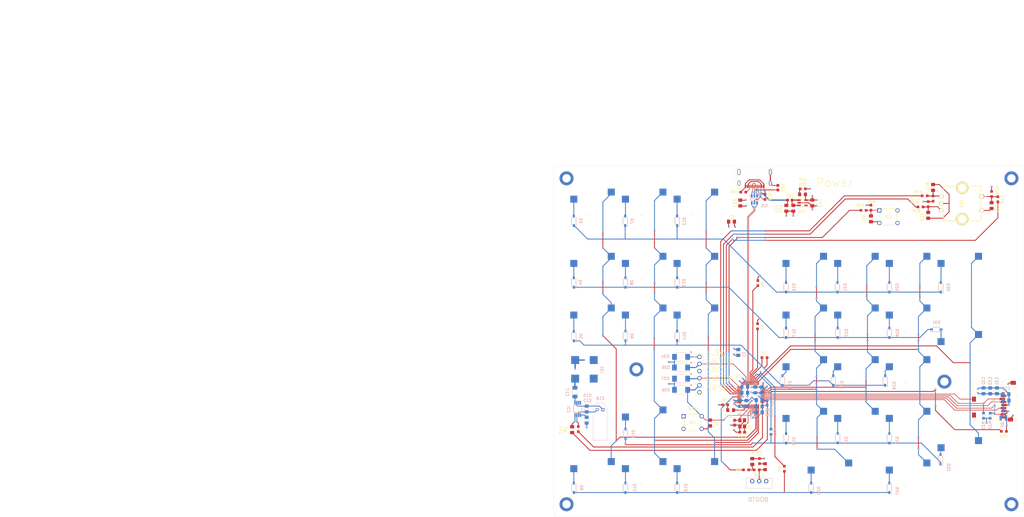
<source format=kicad_pcb>
(kicad_pcb (version 20241229) (generator "pcbnew") (generator_version "9.0")
  (layers (0 "F.Cu" signal) (4 "In1.Cu" power) (6 "In2.Cu" power) (2 "B.Cu" signal) (13 "F.Paste" user) (15 "B.Paste" user) (5 "F.SilkS" user "F.Silkscreen") (7 "B.SilkS" user "B.Silkscreen") (1 "F.Mask" user) (3 "B.Mask" user) (25 "Edge.Cuts" user))
  (net 0 "")
  (net 1 "GND")
  (net 2 "+3.3V")
  (net 3 "NRST")
  (net 4 "Net-(C8-Pad1)")
  (net 5 "Net-(U1-PF0)")
  (net 6 "Net-(U1-PF1)")
  (net 7 "Net-(IC2-BYPASS)")
  (net 8 "DAC_OUT")
  (net 9 "Net-(IC2-IN2-)")
  (net 10 "+3.3VA")
  (net 11 "Net-(IC2-VO2)")
  (net 12 "Net-(LS1-+)")
  (net 13 "Net-(C18-Pad1)")
  (net 14 "Net-(C19-Pad1)")
  (net 15 "Net-(C20-Pad1)")
  (net 16 "Net-(C21-Pad1)")
  (net 17 "VBUS")
  (net 18 "+5V")
  (net 19 "LED_STATS")
  (net 20 "Net-(D1-Pad1)")
  (net 21 "Net-(D2-K)")
  (net 22 "Net-(D2-A)")
  (net 23 "Net-(D3-A)")
  (net 24 "Net-(D12-K)")
  (net 25 "Net-(D13-K)")
  (net 26 "Net-(D4-A)")
  (net 27 "Net-(D5-A)")
  (net 28 "Net-(D14-K)")
  (net 29 "Net-(D11-K)")
  (net 30 "Net-(D6-A)")
  (net 31 "Net-(D7-A)")
  (net 32 "Net-(D8-A)")
  (net 33 "Net-(D9-A)")
  (net 34 "Net-(D10-A)")
  (net 35 "Net-(D10-K)")
  (net 36 "Net-(D11-A)")
  (net 37 "Net-(D12-A)")
  (net 38 "Net-(D13-A)")
  (net 39 "Net-(D14-A)")
  (net 40 "Net-(D15-A)")
  (net 41 "Net-(D16-A)")
  (net 42 "Net-(D17-A)")
  (net 43 "Net-(D18-A)")
  (net 44 "Net-(D19-A)")
  (net 45 "Net-(D20-A)")
  (net 46 "Net-(D21-A)")
  (net 47 "Net-(D22-A)")
  (net 48 "Net-(D23-A)")
  (net 49 "Net-(D24-A)")
  (net 50 "Net-(D25-A)")
  (net 51 "Net-(D26-A)")
  (net 52 "Net-(D27-A)")
  (net 53 "Net-(D28-A)")
  (net 54 "Net-(D29-A)")
  (net 55 "Net-(D30-A)")
  (net 56 "Net-(D31-A)")
  (net 57 "Net-(D32-A)")
  (net 58 "Net-(D33-Pad1)")
  (net 59 "SW_CLK")
  (net 60 "SW_DIO")
  (net 61 "Earth")
  (net 65 "Net-(IC2-~{SHUTDOWN})")
  (net 71 "Net-(J2-CC1)")
  (net 73 "Net-(J2-CC2)")
  (net 75 "SPI_SCK")
  (net 77 "CARD_DETECT")
  (net 78 "SPI_MOSI")
  (net 80 "SPI_CS")
  (net 81 "SPI_MISO")
  (net 82 "BOOT0")
  (net 83 "AMP_SHUTD")
  (net 84 "Row 5")
  (net 85 "Row 3")
  (net 86 "Row 2")
  (net 87 "Row 1")
  (net 88 "Row 4")
  (net 89 "ChnlA")
  (net 90 "BTN_MUTE")
  (net 91 "BTN_PLAY_PAUSE")
  (net 92 "ChnlB")
  (net 93 "Column 1")
  (net 94 "Column 2")
  (net 95 "Column 3")
  (net 96 "Column 4")
  (net 97 "Column 5")
  (net 98 "Column 6")
  (net 99 "Column 7")
  (net 106 "/3.3V")
  (net 110 "USB_*-")
  (net 111 "USB_+")
  (net 112 "USB_*+")
  (net 113 "USB_-")
  (net 114 "Net-(U1-VBAT)")
  (net 115 "Net-(U1-VSSA)")
  (net 116 "Net-(U1-VDDA)")
  (net 117 "Net-(U1-VDDIO2)")
  (net 118 "Net-(J3-VSS)")
  (net 119 "SD_power")
  (net 120 "Net-(Q1-G)")
  (footprint "Ferrite_bead_ILBB0603ER181V:ILBB0603ER181V" (layer "F.Cu") (at 143.32 34.69 -90)
    (property "Reference" "FB3")
    (property "Value" "180 @ 100 MHz" (hide yes))
  )
  (footprint "Resistor_SMD:R_0603_1608Metric_Pad0.98x0.95mm_HandSolder" (layer "F.Cu") (at 138.5375 95.55 180)
    (property "Reference" "R7")
    (property "Value" "10K" (hide yes))
  )
  (footprint "Cherry MX:Cherry-MX_PCB-Mounted_LTST-A683CEGBW_Kailh_Socket" (layer "F.Cu") (at 209.15 64.35)
    (property "Reference" "S29" (hide yes))
    (property "Value" "~")
  )
  (footprint "Cherry MX:Cherry-MX_PCB-Mounted_LTST-A683CEGBW_Kailh_Socket" (layer "F.Cu") (at 172.15 101.35)
    (property "Reference" "S22" (hide yes))
    (property "Value" "~")
  )
  (footprint "" (layer "F.Cu") (at 67.65 31.35)
    (property "Reference" "")
    (property "Value" "")
  )
  (footprint "TS026680BK160LCRD:TS026680BK160LCRD" (layer "F.Cu") (at 109.55 116.55)
    (property "Reference" "IC1")
    (property "Value" "TS02-66-80-BK-160-LCR-D" (hide yes))
  )
  (footprint "MEM2061-01-188-00-A(SD CARD):MEM20610118800A" (layer "F.Cu") (at 224.09875 116.935 90)
    (property "Reference" "J3" (hide yes))
    (property "Value" "MEM2061-01-188-00-A" (hide yes))
  )
  (footprint "Cherry MX:Cherry-MX_PCB-Mounted_LTST-A683CEGBW_Kailh_Socket" (layer "F.Cu") (at 77.65 41.35)
    (property "Reference" "S2" (hide yes))
    (property "Value" "~" (hide yes))
  )
  (footprint "" (layer "F.Cu") (at 67.65 148.05)
    (property "Reference" "")
    (property "Value" "")
  )
  (footprint "Cherry MX:Cherry-MX_PCB-Mounted_LTST-A683CEGBW_Kailh_Socket" (layer "F.Cu") (at 77.65 137.85)
    (property "Reference" "S5" (hide yes))
    (property "Value" "~")
  )
  (footprint "Cherry MX:Cherry-MX_PCB-Mounted_LTST-A683CEGBW_Kailh_Socket" (layer "F.Cu") (at 190.65 138.35)
    (property "Reference" "S26" (hide yes))
    (property "Value" "~")
  )
  (footprint "Cherry MX:Cherry-MX_PCB-Mounted_LTST-A683CEGBW_Kailh_Socket" (layer "F.Cu") (at 153.65 82.85)
    (property "Reference" "S16" (hide yes))
    (property "Value" "~")
  )
  (footprint "Resistor_SMD:R_0603_1608Metric_Pad0.98x0.95mm_HandSolder" (layer "F.Cu") (at 124.4375 112.45 180)
    (property "Reference" "R1")
    (property "Value" "280" (hide yes))
  )
  (footprint "" (layer "F.Cu") (at 226.95 148.05)
    (property "Reference" "")
    (property "Value" "")
  )
  (footprint "Cherry MX:Cherry-MX_PCB-Mounted_LTST-A683CEGBW_Kailh_Socket" (layer "F.Cu") (at 96.15 137.85)
    (property "Reference" "S10" (hide yes))
    (property "Value" "~")
  )
  (footprint "Package_QFP:LQFP-48_7x7mm_P0.5mm" (layer "F.Cu") (at 133.65 108.85 90)
    (property "Reference" "U1")
    (property "Value" "STM32F072C8Tx")
  )
  (footprint "Resistor_SMD:R_0603_1608Metric_Pad0.98x0.95mm_HandSolder" (layer "F.Cu") (at 219.85 36.9375 -90)
    (property "Reference" "R15")
    (property "Value" "10K")
  )
  (footprint "Capacitor_SMD:C_0805_2012Metric_Pad1.18x1.45mm_HandSolder" (layer "F.Cu") (at 197.15 44.6 -90)
    (property "Reference" "C21")
    (property "Value" "100n")
  )
  (footprint "Capacitor_SMD:C_0805_2012Metric_Pad1.18x1.45mm_HandSolder" (layer "F.Cu") (at 69.65 121.35 90)
    (property "Reference" "C14")
    (property "Value" "1u")
  )
  (footprint "Resistor_SMD:R_0603_1608Metric_Pad0.98x0.95mm_HandSolder" (layer "F.Cu") (at 136.05 84.3375 -90)
    (property "Reference" "R8")
    (property "Value" "10K" (hide yes))
  )
  (footprint "TSX-3225_16.0000MF09Z-AC3:TSX-3225_16.0000MF09Z-AC3" (layer "F.Cu") (at 130.55 119.075 -90)
    (property "Reference" "Y1")
    (property "Value" "16 MHz" (hide yes))
  )
  (footprint "150080VS75000(WURTH GREEN LED):150080VS75000" (layer "F.Cu") (at 138.7375 134.6 -90)
    (property "Reference" "D2" (hide yes))
    (property "Value" "RED")
  )
  (footprint "Resistor_SMD:R_0603_1608Metric_Pad0.98x0.95mm_HandSolder" (layer "F.Cu") (at 152.2375 35.1)
    (property "Reference" "R19")
    (property "Value" "280")
  )
  (footprint "Cherry MX:Cherry-MX_PCB-Mounted_LTST-A683CEGBW_Kailh_Socket" (layer "F.Cu") (at 77.65 64.35)
    (property "Reference" "S3" (hide yes))
    (property "Value" "~")
  )
  (footprint "Cherry MX:Cherry-MX_PCB-Mounted_LTST-A683CEGBW_Kailh_Socket" (layer "F.Cu") (at 209.15 130.35)
    (property "Reference" "S31" (hide yes))
    (property "Value" "~")
  )
  (footprint "Capacitor_SMD:C_0603_1608Metric_Pad1.08x0.95mm_HandSolder" (layer "F.Cu") (at 127.8125 118.85 -90)
    (property "Reference" "C10")
    (property "Value" "8pF" (hide yes))
  )
  (footprint "Resistor_SMD:R_0603_1608Metric_Pad0.98x0.95mm_HandSolder" (layer "F.Cu") (at 135.7375 135.75 180)
    (property "Reference" "R3")
    (property "Value" "10K")
  )
  (footprint "Resistor_SMD:R_0603_1608Metric_Pad0.98x0.95mm_HandSolder" (layer "F.Cu") (at 173.9875 42.8125)
    (property "Reference" "R14")
    (property "Value" "10K")
  )
  (footprint "Resistor_SMD:R_0603_1608Metric_Pad0.98x0.95mm_HandSolder" (layer "F.Cu") (at 131.9375 135.75)
    (property "Reference" "R4")
    (property "Value" "10k")
  )
  (footprint "Resistor_SMD:R_0603_1608Metric_Pad0.98x0.95mm_HandSolder" (layer "F.Cu") (at 197.15 40.6 -90)
    (property "Reference" "R17")
    (property "Value" "10K")
  )
  (footprint "Capacitor_SMD:C_0805_2012Metric_Pad1.18x1.45mm_HandSolder" (layer "F.Cu") (at 119.05 118.95 -90)
    (property "Reference" "C5")
    (property "Value" "100n")
  )
  (footprint "216990-0003(USB-C):216990-0003" (layer "F.Cu") (at 135 33.69 180)
    (property "Reference" "J2" (hide yes))
    (property "Value" "216990-0003" (hide yes))
  )
  (footprint "Cherry MX:Cherry-MX_PCB-Mounted_LTST-A683CEGBW_Kailh_Socket" (layer "F.Cu") (at 96.15 82.85)
    (property "Reference" "S8" (hide yes))
    (property "Value" "~")
  )
  (footprint "Resistor_SMD:R_0603_1608Metric_Pad0.98x0.95mm_HandSolder" (layer "F.Cu") (at 176.65 41.85 -90)
    (property "Reference" "R16")
    (property "Value" "10K")
  )
  (footprint "Resistor_SMD:R_0603_1608Metric_Pad0.98x0.95mm_HandSolder" (layer "F.Cu") (at 224.25 121.95)
    (property "Reference" "R24")
    (property "Value" "10k" (hide yes))
  )
  (footprint "TSW-106-XX-YY-S:TSW-106-XX-YY-S" (layer "F.Cu") (at 115.25 95.27 -90)
    (property "Reference" "J1" (hide yes))
    (property "Value" "SWD header" (hide yes))
  )
  (footprint "TS026680BK160LCRD:TS026680BK160LCRD" (layer "F.Cu") (at 179.65 42.85)
    (property "Reference" "IC3")
    (property "Value" "TS02-66-80-BK-160-LCR-D" (hide yes))
  )
  (footprint "" (layer "F.Cu") (at 92.65 99.75)
    (property "Reference" "" (hide yes))
    (property "Value" "" (hide yes))
  )
  (footprint "Resistor_SMD:R_0603_1608Metric_Pad0.98x0.95mm_HandSolder" (layer "F.Cu") (at 198.9 38.6 90)
    (property "Reference" "R12")
    (property "Value" "10K")
  )
  (footprint "Resistor_SMD:R_0603_1608Metric_Pad0.98x0.95mm_HandSolder" (layer "F.Cu") (at 222.1 38.85 90)
    (property "Reference" "R13")
    (property "Value" "10K")
  )
  (footprint "Resistor_SMD:R_0603_1608Metric_Pad0.98x0.95mm_HandSolder" (layer "F.Cu") (at 194.4 41.6 180)
    (property "Reference" "R18")
    (property "Value" "10K")
  )
  (footprint "Capacitor_SMD:C_0805_2012Metric_Pad1.18x1.45mm_HandSolder" (layer "F.Cu") (at 219.85 41.1 -90)
    (property "Reference" "C19")
    (property "Value" "100n")
  )
  (footprint "Cherry MX:Cherry-MX_PCB-Mounted_LTST-A683CEGBW_Kailh_Socket" (layer "F.Cu") (at 96.15 64.35)
    (property "Reference" "S7" (hide yes))
    (property "Value" "~")
  )
  (footprint "" (layer "F.Cu") (at 226.95 31.35)
    (property "Reference" "")
    (property "Value" "")
  )
  (footprint "Capacitor_SMD:C_0603_1608Metric_Pad1.08x0.95mm_HandSolder" (layer "F.Cu") (at 130.55 122.275 180)
    (property "Reference" "C12")
    (property "Value" "8pF")
  )
  (footprint "Cherry MX:Cherry-MX_PCB-Mounted_LTST-A683CEGBW_Kailh_Socket" (layer "F.Cu") (at 172.15 82.85)
    (property "Reference" "S21" (hide yes))
    (property "Value" "~")
  )
  (footprint "Cherry MX:Cherry-MX_PCB-Mounted_LTST-A683CEGBW_Kailh_Socket" (layer "F.Cu") (at 162.65 138.35)
    (property "Reference" "S19" (hide yes))
    (property "Value" "~")
  )
  (footprint "Cherry MX:Cherry-MX_PCB-Mounted_LTST-A683CEGBW_Kailh_Socket" (layer "F.Cu") (at 153.65 119.85)
    (property "Reference" "S18" (hide yes))
    (property "Value" "~")
  )
  (footprint "Cherry MX:Cherry-MX_PCB-Mounted_LTST-A683CEGBW_Kailh_Socket" (layer "F.Cu") (at 96.15 41.35)
    (property "Reference" "S6" (hide yes))
    (property "Value" "~" (hide yes))
  )
  (footprint "Resistor_SMD:R_0603_1608Metric_Pad0.98x0.95mm_HandSolder" (layer "F.Cu") (at 136.7375 132.6 90)
    (property "Reference" "R2")
    (property "Value" "280")
  )
  (footprint "Cherry MX:Cherry-MX_PCB-Mounted_LTST-A683CEGBW_Kailh_Socket" (layer "F.Cu") (at 190.65 82.85)
    (property "Reference" "S27" (hide yes))
    (property "Value" "~")
  )
  (footprint "Cherry MX:Cherry-MX_PCB-Mounted_LTST-A683CEGBW_Kailh_Socket" (layer "F.Cu") (at 190.65 64.35)
    (property "Reference" "S24" (hide yes))
    (property "Value" "~")
  )
  (footprint "Cherry MX:Cherry-MX_PCB-Mounted_LTST-A683CEGBW_Kailh_Socket" (layer "F.Cu") (at 172.15 119.85)
    (property "Reference" "S23" (hide yes))
    (property "Value" "~")
  )
  (footprint "Resistor_SMD:R_0603_1608Metric_Pad0.98x0.95mm_HandSolder" (layer "F.Cu") (at 195.9 37.6)
    (property "Reference" "R11")
    (property "Value" "10K")
  )
  (footprint "PEC12R4125FS0012:PEC12R4125FS0012" (layer "F.Cu") (at 216.325 37.85 -90)
    (property "Reference" "SW1")
    (property "Value" "PEC12R-4125F-S0012" (hide yes))
  )
  (footprint "Capacitor_SMD:C_0805_2012Metric_Pad1.18x1.45mm_HandSolder" (layer "F.Cu") (at 129.85 40.1875 90)
    (property "Reference" "C29")
    (property "Value" "100n" (hide yes))
  )
  (footprint "Capacitor_SMD:C_0805_2012Metric_Pad1.18x1.45mm_HandSolder" (layer "F.Cu") (at 176.65 45.85 -90)
    (property "Reference" "C20")
    (property "Value" "100n")
  )
  (footprint "150080VS75000(WURTH GREEN LED):150080VS75000" (layer "F.Cu") (at 152.15 37.1)
    (property "Reference" "D33")
    (property "Value" "GREEN")
  )
  (footprint "Cherry MX:Cherry-MX_PCB-Mounted_LTST-A683CEGBW_Kailh_Socket" (layer "F.Cu") (at 114.65 41.35)
    (property "Reference" "S11" (hide yes))
    (property "Value" "~")
  )
  (footprint "Cherry MX:Cherry-MX_PCB-Mounted_LTST-A683CEGBW_Kailh_Socket" (layer "F.Cu") (at 190.65 119.85)
    (property "Reference" "S25" (hide yes))
    (property "Value" "~")
  )
  (footprint "Resistor_SMD:R_0603_1608Metric_Pad0.98x0.95mm_HandSolder" (layer "F.Cu") (at 138.72 37.99 -90)
    (property "Reference" "R20")
    (property "Value" "5.1k" (hide yes))
  )
  (footprint "Cherry MX:Cherry-MX_PCB-Mounted_LTST-A683CEGBW_Kailh_Socket" (layer "F.Cu") (at 153.65 101.35)
    (property "Reference" "S17" (hide yes))
    (property "Value" "~")
  )
  (footprint "Cherry MX:Cherry-MX_PCB-Mounted_LTST-A683CEGBW_Kailh_Socket" (layer "F.Cu") (at 114.65 137.85)
    (property "Reference" "S14" (hide yes))
    (property "Value" "~")
  )
  (footprint "Wurth Elektronik 10μF 16 V dc Aluminium Electrolytic Capacitor_860020372001:CAPPRD200W52D500H1250" (layer "F.Cu") (at 80.65 114.15 180)
    (property "Reference" "C16")
    (property "Value" "10u" (hide yes))
  )
  (footprint "" (layer "F.Cu") (at 202.95 104.15)
    (property "Reference" "")
    (property "Value" "")
  )
  (footprint "Cherry MX:Cherry-MX_PCB-Mounted_LTST-A683CEGBW_Kailh_Socket" (layer "F.Cu") (at 209.15 92.35)
    (property "Reference" "S30" (hide yes))
    (property "Value" "~")
  )
  (footprint "Resistor_SMD:R_0603_1608Metric_Pad0.98x0.95mm_HandSolder" (layer "F.Cu") (at 145.65 135.35 90)
    (property "Reference" "R6")
    (property "Value" "10K" (hide yes))
  )
  (footprint "Cherry MX:Cherry-MX_PCB-Mounted_LTST-A683CEGBW_Kailh_Socket" (layer "F.Cu") (at 172.15 64.35)
    (property "Reference" "S20" (hide yes))
    (property "Value" "~")
  )
  (footprint "Cherry MX:Cherry-MX_PCB-Mounted_LTST-A683CEGBW_Kailh_Socket" (layer "F.Cu") (at 153.65 64.35)
    (property "Reference" "S15" (hide yes))
    (property "Value" "~")
  )
  (footprint "Capacitor_SMD:C_0805_2012Metric_Pad1.18x1.45mm_HandSolder" (layer "F.Cu") (at 126.7125 46.85)
    (property "Reference" "C2")
    (property "Value" "100n")
  )
  (footprint "Cherry MX:Cherry-MX_PCB-Mounted_LTST-A683CEGBW_Kailh_Socket" (layer "F.Cu") (at 114.65 82.85)
    (property "Reference" "S13" (hide yes))
    (property "Value" "~")
  )
  (footprint "Ferrite_bead_ILBB0603ER181V:ILBB0603ER181V" (layer "F.Cu") (at 147.6 39.15)
    (property "Reference" "FB1")
    (property "Value" "180 @ 100 MHz")
  )
  (footprint "Resistor_SMD:R_0603_1608Metric_Pad0.98x0.95mm_HandSolder" (layer "F.Cu") (at 136.15 68.8625 -90)
    (property "Reference" "R9")
    (property "Value" "10K" (hide yes))
  )
  (footprint "MIC5504-3.3YM5-TR:SOT95P280X145-5N" (layer "F.Cu") (at 152.15 40.1)
    (property "Reference" "IC4")
    (property "Value" "MIC5504-3.3YM5-TR" (hide yes))
  )
  (footprint "Cherry MX:Cherry-MX_PCB-Mounted_LTST-A683CEGBW_Kailh_Socket" (layer "F.Cu") (at 96.15 119.35)
    (property "Reference" "S9" (hide yes))
    (property "Value" "~")
  )
  (footprint "Cherry MX:Cherry-MX_PCB-Mounted_LTST-A683CEGBW_Kailh_Socket" (layer "F.Cu") (at 190.65 101.35)
    (property "Reference" "S28" (hide yes))
    (property "Value" "~")
  )
  (footprint "Resistor_SMD:R_0603_1608Metric_Pad0.98x0.95mm_HandSolder" (layer "F.Cu") (at 130.92 36.29)
    (property "Reference" "R21")
    (property "Value" "5.1k")
  )
  (footprint "Cherry MX:Cherry-MX_PCB-Mounted_LTST-A683CEGBW_Kailh_Socket" (layer "F.Cu") (at 114.65 64.35)
    (property "Reference" "S12" (hide yes))
    (property "Value" "~")
  )
  (footprint "Capacitor_SMD:C_0805_2012Metric_Pad1.18x1.45mm_HandSolder" (layer "F.Cu") (at 148.85 42.0625 -90)
    (property "Reference" "C24")
    (property "Value" "1u")
  )
  (footprint "Resistor_SMD:R_0603_1608Metric_Pad0.98x0.95mm_HandSolder" (layer "F.Cu") (at 71.85 121.15 -90)
    (property "Reference" "R5")
    (property "Value" "10K")
  )
  (footprint "Cherry MX:Cherry-MX_PCB-Mounted_LTST-A683CEGBW_Kailh_Socket" (layer "F.Cu") (at 77.65 82.85)
    (property "Reference" "S4" (hide yes))
    (property "Value" "~")
  )
  (footprint "150080VS75000(WURTH GREEN LED):150080VS75000" (layer "F.Cu") (at 126.4 114.35)
    (property "Reference" "D1")
    (property "Value" "GREEN")
  )
  (footprint "Capacitor_SMD:C_0805_2012Metric_Pad1.18x1.45mm_HandSolder" (layer "F.Cu") (at 198.9 34.6 90)
    (property "Reference" "C18")
    (property "Value" "100n")
  )
  (footprint "Capacitor_SMD:C_0805_2012Metric_Pad1.18x1.45mm_HandSolder" (layer "F.Cu") (at 134.1375 132.75 90)
    (property "Reference" "C8")
    (property "Value" "100n")
  )
  (footprint "Capacitor_SMD:C_0805_2012Metric_Pad1.18x1.45mm_HandSolder" (layer "F.Cu") (at 155.65 40.15 -90)
    (property "Reference" "C27")
    (property "Value" "1u")
  )
  (footprint "Capacitor_SMD:C_0805_2012Metric_Pad1.18x1.45mm_HandSolder" (layer "F.Cu") (at 146.35 42.0625 -90)
    (property "Reference" "C22")
    (property "Value" "1u")
  )
  (footprint "1N4148:SODFL3816X120N" (layer "B.Cu") (at 88.75 68.65 90)
    (property "Reference" "D8")
    (property "Value" "1N4148W" (hide yes))
  )
  (footprint "1N4148:SODFL3816X120N" (layer "B.Cu") (at 183.25 86.65 90)
    (property "Reference" "D28")
    (property "Value" "1N4148W" (hide yes))
  )
  (footprint "Capacitor_SMD:C_0805_2012Metric_Pad1.18x1.45mm_HandSolder" (layer "B.Cu") (at 132.05 111.95 90)
    (property "Reference" "C7")
    (property "Value" "4u7")
  )
  (footprint "Resistor_SMD:R_0603_1608Metric_Pad0.98x0.95mm_HandSolder" (layer "B.Cu") (at 216.95 116.35 -90)
    (property "Reference" "R23")
    (property "Value" "10k" (hide yes))
  )
  (footprint "1N4148:SODFL3816X120N" (layer "B.Cu") (at 144.95 103.75 90)
    (property "Reference" "D18")
    (property "Value" "1N4148W" (hide yes))
  )
  (footprint "Capacitor_SMD:C_0805_2012Metric_Pad1.18x1.45mm_HandSolder" (layer "B.Cu") (at 74.85 117.95 -90)
    (property "Reference" "C13")
    (property "Value" "1u")
  )
  (footprint "1N4148:SODFL3816X120N" (layer "B.Cu") (at 107.25 142.15 90)
    (property "Reference" "D15")
    (property "Value" "1N4148W" (hide yes))
  )
  (footprint "1N4148:SODFL3816X120N" (layer "B.Cu") (at 183.25 142.15 90)
    (property "Reference" "D27")
    (property "Value" "1N4148W" (hide yes))
  )
  (footprint "Capacitor_SMD:C_0805_2012Metric_Pad1.18x1.45mm_HandSolder" (layer "B.Cu") (at 136.6125 110.75 180)
    (property "Reference" "C23")
    (property "Value" "4u7")
  )
  (footprint "Capacitor_SMD:C_1206_3216Metric_Pad1.33x1.80mm_HandSolder" (layer "B.Cu") (at 70.65 107.9125 90)
    (property "Reference" "C17")
    (property "Value" "68u")
  )
  (footprint "1N4148:SODFL3816X120N" (layer "B.Cu") (at 201.65 70.35 90)
    (property "Reference" "D30")
    (property "Value" "1N4148W" (hide yes))
  )
  (footprint "1N4148:SODFL3816X120N" (layer "B.Cu") (at 70.25 68.65 90)
    (property "Reference" "D4")
    (property "Value" "1N4148W" (hide yes))
  )
  (footprint "p4smaj65:p4smaj65(DO-214AC)" (layer "B.Cu") (at 108.65 95.29 180)
    (property "Reference" "D34")
    (property "Value" "~")
  )
  (footprint "1N4148:SODFL3816X120N" (layer "B.Cu") (at 70.25 142.15 90)
    (property "Reference" "D6")
    (property "Value" "1N4148W" (hide yes))
  )
  (footprint "1N4148:SODFL3816X120N" (layer "B.Cu") (at 181.75 103.75 90)
    (property "Reference" "D29")
    (property "Value" "1N4148W" (hide yes))
  )
  (footprint "1N4148:SODFL3816X120N" (layer "B.Cu") (at 88.65 46.55 90)
    (property "Reference" "D7")
    (property "Value" "1N4148W" (hide yes))
  )
  (footprint "Package_TO_SOT_SMD:SOT-23_Handsoldering" (layer "B.Cu") (at 224.05 115.65 90)
    (property "Reference" "Q1")
    (property "Value" "BSS316NH6327XTSA1")
  )
  (footprint "Capacitor_SMD:C_0805_2012Metric_Pad1.18x1.45mm_HandSolder" (layer "B.Cu") (at 74.85 113.95 -90)
    (property "Reference" "C15")
    (property "Value" "100n")
  )
  (footprint "1N4148:SODFL3816X120N" (layer "B.Cu") (at 70.25 87.85 90)
    (property "Reference" "D5")
    (property "Value" "1N4148W" (hide yes))
  )
  (footprint "1N4148:SODFL3816X120N" (layer "B.Cu") (at 183.25 124.45 90)
    (property "Reference" "D26")
    (property "Value" "1N4148W" (hide yes))
  )
  (footprint "Resistor_SMD:R_0603_1608Metric_Pad0.98x0.95mm_HandSolder" (layer "B.Cu") (at 219.35 116.35 -90)
    (property "Reference" "R22")
    (property "Value" "10k" (hide yes))
  )
  (footprint "1N4148:SODFL3816X120N" (layer "B.Cu") (at 107.25 87.75 90)
    (property "Reference" "D14")
    (property "Value" "1N4148W" (hide yes))
  )
  (footprint "Capacitor_SMD:C_0805_2012Metric_Pad1.18x1.45mm_HandSolder" (layer "B.Cu") (at 129.15 93.6875 90)
    (property "Reference" "C1")
    (property "Value" "100n")
  )
  (footprint "1N4148:SODFL3816X120N" (layer "B.Cu") (at 107.25 68.65 90)
    (property "Reference" "D13")
    (property "Value" "1N4148W" (hide yes))
  )
  (footprint "Capacitor_SMD:C_0805_2012Metric_Pad1.18x1.45mm_HandSolder" (layer "B.Cu") (at 137.45 107.15 -90)
    (property "Reference" "C6")
    (property "Value" "100n" (hide yes))
  )
  (footprint "1N4148:SODFL3816X120N" (layer "B.Cu") (at 200.05 85.45)
    (property "Reference" "D31")
    (property "Value" "1N4148W" (hide yes))
  )
  (footprint "Capacitor_SMD:C_0805_2012Metric_Pad1.18x1.45mm_HandSolder" (layer "B.Cu") (at 131.45 105.95)
    (property "Reference" "C4")
    (property "Value" "100n")
  )
  (footprint "Capacitor_SMD:C_0805_2012Metric_Pad1.18x1.45mm_HandSolder" (layer "B.Cu") (at 225.02375 110.95 180)
    (property "Reference" "C28")
    (property "Value" "100n")
  )
  (footprint "1N4148:SODFL3816X120N" (layer "B.Cu") (at 146.25 86.65 90)
    (property "Reference" "D17")
    (property "Value" "1N4148W" (hide yes))
  )
  (footprint "SLW-913535-2A-RA-D:SLW-913535-2A-RA-D" (layer "B.Cu") (at 136.6375 139.7875)
    (property "Reference" "S1" (hide yes))
    (property "Value" "SLW-913535-2A-RA-D" (hide yes))
  )
  (footprint "1N4148:SODFL3816X120N" (layer "B.Cu") (at 164.75 124.35 90)
    (property "Reference" "D24")
    (property "Value" "1N4148W" (hide yes))
  )
  (footprint "1N4148:SODFL3816X120N" (layer "B.Cu") (at 88.75 142.15 90)
    (property "Reference" "D11")
    (property "Value" "1N4148W" (hide yes))
  )
  (footprint "Capacitor_SMD:C_0805_2012Metric_Pad1.18x1.45mm_HandSolder" (layer "B.Cu") (at 224.9875 108.65 180)
    (property "Reference" "C30")
    (property "Value" "4u7" (hide yes))
  )
  (footprint "Ferrite_bead_ILBB0603ER181V:ILBB0603ER181V" (layer "B.Cu") (at 139.45 111.75 -90)
    (property "Reference" "FB2")
    (property "Value" "180 @ 100 MHz")
  )
  (footprint "1N4148:SODFL3816X120N" (layer "B.Cu") (at 163.15 103.75 90)
    (property "Reference" "D23")
    (property "Value" "1N4148W" (hide yes))
  )
  (footprint "USBLC6-2SC6:SOT95P280X145-6N" (layer "B.Cu") (at 134.92 38.89 -90)
    (property "Reference" "IC5")
    (property "Value" "USBLC6-2SC6" (hide yes))
  )
  (footprint "Capacitor_SMD:C_0805_2012Metric_Pad1.18x1.45mm_HandSolder" (layer "B.Cu") (at 216.95 107.45 -90)
    (property "Reference" "C32")
    (property "Value" "47u" (hide yes))
  )
  (footprint "1N4148:SODFL3816X120N" (layer "B.Cu") (at 88.75 87.75 90)
    (property "Reference" "D9")
    (property "Value" "1N4148W" (hide yes))
  )
  (footprint "1N4148:SODFL3816X120N" (layer "B.Cu") (at 107.25 46.55 90)
    (property "Reference" "D12")
    (property "Value" "1N4148W" (hide yes))
  )
  (footprint "Capacitor_SMD:C_0805_2012Metric_Pad1.18x1.45mm_HandSolder" (layer "B.Cu") (at 136.65 113 180)
    (property "Reference" "C25")
    (property "Value" "4u7")
  )
  (footprint "1N4148:SODFL3816X120N" (layer "B.Cu") (at 146.25 70.35 90)
    (property "Reference" "D16")
    (property "Value" "1N4148W" (hide yes))
  )
  (footprint "1N4148:SODFL3816X120N" (layer "B.Cu") (at 164.65 70.35 90)
    (property "Reference" "D21")
    (property "Value" "1N4148W" (hide yes))
  )
  (footprint "1N4148:SODFL3816X120N" (layer "B.Cu") (at 164.75 86.65 90)
    (property "Reference" "D22")
    (property "Value" "1N4148W" (hide yes))
  )
  (footprint "Capacitor_SMD:C_0805_2012Metric_Pad1.18x1.45mm_HandSolder" (layer "B.Cu") (at 135.25 107.1125 -90)
    (property "Reference" "C9")
    (property "Value" "4u7" (hide yes))
  )
  (footprint "p4smaj65:p4smaj65(DO-214AC)" (layer "B.Cu") (at 108.65 107.09 180)
    (property "Reference" "D36")
    (property "Value" "~")
  )
  (footprint "1N4148:SODFL3816X120N" (layer "B.Cu") (at 201.55 131.95 90)
    (property "Reference" "D32")
    (property "Value" "1N4148W" (hide yes))
  )
  (footprint "1N4148:SODFL3816X120N" (layer "B.Cu") (at 146.25 124.45 90)
    (property "Reference" "D19")
    (property "Value" "1N4148W" (hide yes))
  )
  (footprint "Capacitor_SMD:C_0805_2012Metric_Pad1.18x1.45mm_HandSolder" (layer "B.Cu") (at 129.8 111.95 90)
    (property "Reference" "C3")
    (property "Value" "100n")
  )
  (footprint "p4smaj65:p4smaj65(DO-214AC)" (layer "B.Cu") (at 108.65 103.09 180)
    (property "Reference" "D37")
    (property "Value" "~")
  )
  (footprint "Capacitor_SMD:C_0805_2012Metric_Pad1.18x1.45mm_HandSolder" (layer "B.Cu") (at 131.45 108.15)
    (property "Reference" "C11")
    (property "Value" "4u7")
  )
  (footprint "TPA6102A2DGKR:SOP65P490X110-8N" (layer "B.Cu") (at 71.65 113.9125 90)
    (property "Reference" "IC2")
    (property "Value" "TPA6102A2DGKR" (hide yes))
  )
  (footprint "Capacitor_SMD:C_0805_2012Metric_Pad1.18x1.45mm_HandSolder" (layer "B.Cu") (at 219.35 107.45 -90)
    (property "Reference" "C33")
    (property "Value" "47u" (hide yes))
  )
  (footprint "Capacitor_SMD:C_0805_2012Metric_Pad1.18x1.45mm_HandSolder" (layer "B.Cu") (at 136.65 115.15 180)
    (property "Reference" "C26")
    (property "Value" "100n")
  )
  (footprint "Resistor_SMD:R_0603_1608Metric_Pad0.98x0.95mm_HandSolder" (layer "B.Cu") (at 140.85 122.1 90)
    (property "Reference" "R10")
    (property "Value" "10K" (hide yes))
  )
  (footprint "1N4148:SODFL3816X120N" (layer "B.Cu") (at 88.75 122.85 90)
    (property "Reference" "D10")
    (property "Value" "1N4148W" (hide yes))
  )
  (footprint "1N4148:SODFL3816X120N" (layer "B.Cu") (at 183.25 70.35 90)
    (property "Reference" "D25")
    (property "Value" "1N4148W" (hide yes))
  )
  (footprint "Capacitor_SMD:C_0805_2012Metric_Pad1.18x1.45mm_HandSolder" (layer "B.Cu") (at 221.75 107.4375 -90)
    (property "Reference" "C31")
    (property "Value" "22u" (hide yes))
  )
  (footprint "p4smaj65:p4smaj65(DO-214AC)" (layer "B.Cu") (at 108.65 99.09 180)
    (property "Reference" "D35")
    (property "Value" "~")
  )
  (footprint "1N4148:SODFL3816X120N" (layer "B.Cu") (at 70.25 46.55 90)
    (property "Reference" "D3")
    (property "Value" "1N4148W" (hide yes))
  )
  (footprint "SMT-0830-T-HT-R:SMT-0830-T-HT-R" (layer "B.Cu") (at 74.05 99.75 90)
    (property "Reference" "LS1")
    (property "Value" "SMT-0830-T-HT-R" (hide yes))
  )
  (footprint "1N4148:SODFL3816X120N" (layer "B.Cu") (at 155.25 142.15 90)
    (property "Reference" "D20")
    (property "Value" "1N4148W" (hide yes))
  )
  (gr_rect (start 63.15 26.85) (end 231.45 152.55) (stroke (width 0.05)) (fill no) (layer "Edge.Cuts"))
  (gr_text "SWCLK" (at 117.45 104.25 0) (layer "F.SilkS") (effects (font (size 2 2) (thickness 0.18) (bold yes)) (justify left bottom)))
  (gr_text "NRST" (at 111.05 114.45 0) (layer "F.SilkS") (effects (font (size 1 1) (thickness 0.18) (bold yes)) (justify left bottom)))
  (gr_text "Power" (at 156.85 34.65 0) (layer "F.SilkS") (effects (font (size 3 3) (thickness 0.18) (bold yes)) (justify left bottom)))
  (gr_text "3.3V\n" (at 117.45 95.05 0) (layer "F.SilkS") (effects (font (size 2 2) (thickness 0.18) (bold yes)) (justify left bottom)))
  (gr_text "NRST" (at 117.45 107.55 0) (layer "F.SilkS") (effects (font (size 2 2) (thickness 0.18) (bold yes)) (justify left bottom)))
  (gr_text "GND\n" (at 117.45 101.05 0) (layer "F.SilkS") (effects (font (size 2 2) (thickness 0.18) (bold yes)) (justify left bottom)))
  (gr_text "SWDIO" (at 117.45 98.05 0) (layer "F.SilkS") (effects (font (size 2 2) (thickness 0.18) (bold yes)) (justify left bottom)))
  (gr_text "BOOT0\n" (at 140.05 147.25 -0) (layer "B.SilkS") (effects (font (size 1.5 1.5) (thickness 0.18) (bold yes)) (justify left bottom mirror)))
  (segment (start 153.15 35.1) (end 154.85 35.1) (width 0.3) (layer "F.Cu") (net 1))
  (segment (start 143.32 35.49) (end 138.32 35.49) (width 0.3) (layer "F.Cu") (net 1))
  (segment (start 131.78125 39.08125) (end 131.65 39.2125) (width 0.3) (layer "F.Cu") (net 1))
  (segment (start 155.65 41.1875) (end 157.1125 41.1875) (width 0.3) (layer "F.Cu") (net 1))
  (segment (start 131.65 34.24) (end 131.65 34.6475) (width 0.3) (layer "F.Cu") (net 1))
  (segment (start 129.6875 120.2375) (end 129.75 120.175) (width 0.3) (layer "F.Cu") (net 1))
  (segment (start 136.7375 131.6875) (end 138.45 131.6875) (width 0.3) (layer "F.Cu") (net 1))
  (segment (start 138.35 35.46) (end 138.35 34.24) (width 0.3) (layer "F.Cu") (net 1))
  (segment (start 131.65 39.2125) (end 130.05 39.2125) (width 0.3) (layer "F.Cu") (net 1))
  (segment (start 127.75 48.45) (end 127.75 46.85) (width 0.3) (layer "F.Cu") (net 1))
  (segment (start 116.05 121.05) (end 117.9875 121.05) (width 0.3) (layer "F.Cu") (net 1))
  (segment (start 216.325 42.85) (end 219.1375 42.85) (width 0.3) (layer "F.Cu") (net 1))
  (segment (start 129.2875 119.7125) (end 129.75 120.175) (width 0.3) (layer "F.Cu") (net 1))
  (segment (start 146.35 43.1) (end 147.65 43.1) (width 0.3) (layer "F.Cu") (net 1))
  (segment (start 201.0625 33.5625) (end 198.9 33.5625) (width 0.3) (layer "F.Cu") (net 1))
  (segment (start 131.35 117.975) (end 131.35 118.35) (width 0.3) (layer "F.Cu") (net 1))
  (segment (start 123.525 112.45) (end 122.15 112.45) (width 0.3) (layer "F.Cu") (net 1))
  (segment (start 227.59875 104.575) (end 226.225 104.575) (width 0.3) (layer "F.Cu") (net 1))
  (segment (start 134.15 115.55) (end 134.4 115.3) (width 0.3) (layer "F.Cu") (net 1))
  (segment (start 201.825 40.35) (end 204.65 40.35) (width 0.3) (layer "F.Cu") (net 1))
  (segment (start 138.72 37.0775) (end 138.72 35.99) (width 0.3) (layer "F.Cu") (net 1))
  (segment (start 129.6875 122.275) (end 129.6875 120.2375) (width 0.3) (layer "F.Cu") (net 1))
  (segment (start 150.9 40.1) (end 154.3625 40.1) (width 0.3) (layer "F.Cu") (net 1))
  (segment (start 138.72 35.99) (end 138.27 35.54) (width 0.3) (layer "F.Cu") (net 1))
  (segment (start 134.4 115.3) (end 134.4 113.0125) (width 0.3) (layer "F.Cu") (net 1))
  (segment (start 136.82 31.89) (end 138.35 33.42) (width 0.3) (layer "F.Cu") (net 1))
  (segment (start 176.65 46.8875) (end 179.1875 46.8875) (width 0.3) (layer "F.Cu") (net 1))
  (segment (start 131.35 118.35) (end 129.75 119.95) (width 0.3) (layer "F.Cu") (net 1))
  (segment (start 127.8125 119.7125) (end 129.2875 119.7125) (width 0.3) (layer "F.Cu") (net 1))
  (segment (start 148.85 43.1) (end 148.85 44.8) (width 0.3) (layer "F.Cu") (net 1))
  (segment (start 226.59875 117.725) (end 226.38625 117.5125) (width 0.3) (layer "F.Cu") (net 1))
  (segment (start 157.1125 41.1875) (end 157.15 41.15) (width 0.3) (layer "F.Cu") (net 1))
  (segment (start 226.225 104.575) (end 225.75 105.05) (width 0.3) (layer "F.Cu") (net 1))
  (segment (start 138.35 33.42) (end 138.35 34.24) (width 0.3) (layer "F.Cu") (net 1))
  (segment (start 128.05 48.75) (end 127.75 48.45) (width 0.3) (layer "F.Cu") (net 1))
  (segment (start 138.32 35.49) (end 138.27 35.54) (width 0.3) (layer "F.Cu") (net 1))
  (segment (start 139.45 105.85) (end 138.7 106.6) (width 0.3) (layer "F.Cu") (net 1))
  (segment (start 127.775 119.75) (end 127.8125 119.7125) (width 0.3) (layer "F.Cu") (net 1))
  (segment (start 204.65 43.35) (end 204.65 40.35) (width 0.3) (layer "F.Cu") (net 1))
  (segment (start 219.1375 42.85) (end 219.85 42.1375) (width 0.3) (layer "F.Cu") (net 1))
  (segment (start 130.65 102.95) (end 131.4 103.7) (width 0.3) (layer "F.Cu") (net 1))
  (segment (start 202.3625 45.6375) (end 204.65 43.35) (width 0.3) (layer "F.Cu") (net 1))
  (segment (start 204.65 37.15) (end 201.0625 33.5625) (width 0.3) (layer "F.Cu") (net 1))
  (segment (start 146.35 43.1) (end 146.35 44.8) (width 0.3) (layer "F.Cu") (net 1))
  (segment (start 226.59875 117.725) (end 226.59875 117.20125) (width 0.3) (layer "F.Cu") (net 1))
  (segment (start 129.75 119.95) (end 129.75 120.175) (width 0.3) (layer "F.Cu") (net 1))
  (segment (start 131.4 103.7) (end 131.4 104.6875) (width 0.3) (layer "F.Cu") (net 1))
  (segment (start 126.55 119.75) (end 127.775 119.75) (width 0.3) (layer "F.Cu") (net 1))
  (segment (start 127.9 111.1) (end 129.4875 111.1) (width 0.3) (layer "F.Cu") (net 1))
  (segment (start 127.55 121.45) (end 128.375 122.275) (width 0.3) (layer "F.Cu") (net 1))
  (segment (start 138.27 35.54) (end 138.35 35.46) (width 0.3) (layer "F.Cu") (net 1))
  (segment (start 131.65 34.6475) (end 130.0075 36.29) (width 0.3) (layer "F.Cu") (net 1))
  (segment (start 117.9875 121.05) (end 119.05 119.9875) (width 0.3) (layer "F.Cu") (net 1))
  (segment (start 128.375 122.275) (end 129.6875 122.275) (width 0.3) (layer "F.Cu") (net 1))
  (segment (start 147.65 43.1) (end 148.85 43.1) (width 0.3) (layer "F.Cu") (net 1))
  (segment (start 127.55 110.75) (end 127.9 111.1) (width 0.3) (layer "F.Cu") (net 1))
  (segment (start 179.1875 46.8875) (end 179.65 47.35) (width 0.3) (layer "F.Cu") (net 1))
  (segment (start 155.65 41.1875) (end 155.65 42.55) (width 0.3) (layer "F.Cu") (net 1))
  (segment (start 197.15 45.6375) (end 202.3625 45.6375) (width 0.3) (layer "F.Cu") (net 1))
  (segment (start 136.7125 131.7125) (end 136.7375 131.6875) (width 0.3) (layer "F.Cu") (net 1))
  (segment (start 138.7 106.6) (end 137.8125 106.6) (width 0.3) (layer "F.Cu") (net 1))
  (segment (start 154.3625 40.1) (end 155.65 41.3875) (width 0.3) (layer "F.Cu") (net 1))
  (segment (start 133.02 31.89) (end 136.82 31.89) (width 0.3) (layer "F.Cu") (net 1))
  (segment (start 131.65 33.26) (end 133.02 31.89) (width 0.3) (layer "F.Cu") (net 1))
  (segment (start 226.59875 117.20125) (end 227.55 116.25) (width 0.3) (layer "F.Cu") (net 1))
  (segment (start 204.65 40.35) (end 204.65 37.15) (width 0.3) (layer "F.Cu") (net 1))
  (segment (start 131.65 34.24) (end 131.65 33.26) (width 0.3) (layer "F.Cu") (net 1))
  (segment (start 134.1375 131.7125) (end 136.7125 131.7125) (width 0.3) (layer "F.Cu") (net 1))
  (via (at 138.27 35.54) (size 0.6) (drill 0.3) (layers "F.Cu" "B.Cu") (net 1))
  (via (at 157.15 41.15) (size 0.6) (drill 0.3) (layers "F.Cu" "B.Cu") (net 1))
  (via (at 127.65 92.35) (size 0.6) (drill 0.3) (layers "F.Cu" "B.Cu") (net 1))
  (via (at 104.25 97.15) (size 0.6) (drill 0.3) (layers "F.Cu" "B.Cu") (net 1))
  (via (at 133.85 107.95) (size 0.6) (drill 0.3) (layers "F.Cu" "B.Cu") (net 1))
  (via (at 104.25 104.95) (size 0.6) (drill 0.3) (layers "F.Cu" "B.Cu") (net 1))
  (via (at 134.05 109.75) (size 0.6) (drill 0.3) (layers "F.Cu" "B.Cu") (net 1))
  (via (at 127.55 121.45) (size 0.6) (drill 0.3) (layers "F.Cu" "B.Cu") (net 1))
  (via (at 130.65 102.95) (size 0.6) (drill 0.3) (layers "F.Cu" "B.Cu") (net 1))
  (via (at 138.45 131.6875) (size 0.6) (drill 0.3) (layers "F.Cu" "B.Cu") (net 1))
  (via (at 148.85 44.8) (size 0.6) (drill 0.3) (layers "F.Cu" "B.Cu") (net 1))
  (via (at 139.45 105.85) (size 0.6) (drill 0.3) (layers "F.Cu" "B.Cu") (net 1))
  (via (at 155.65 42.55) (size 0.6) (drill 0.3) (layers "F.Cu" "B.Cu") (net 1))
  (via (at 227.55 116.25) (size 0.6) (drill 0.3) (layers "F.Cu" "B.Cu") (net 1))
  (via (at 126.55 119.75) (size 0.6) (drill 0.3) (layers "F.Cu" "B.Cu") (net 1))
  (via (at 74.85 120.55) (size 0.6) (drill 0.3) (layers "F.Cu" "B.Cu") (net 1))
  (via (at 73.925 96.425) (size 0.6) (drill 0.3) (layers "F.Cu" "B.Cu") (net 1))
  (via (at 127.55 110.75) (size 0.6) (drill 0.3) (layers "F.Cu" "B.Cu") (net 1))
  (via (at 146.35 44.8) (size 0.6) (drill 0.3) (layers "F.Cu" "B.Cu") (net 1))
  (via (at 134.15 115.55) (size 0.6) (drill 0.3) (layers "F.Cu" "B.Cu") (net 1))
  (via (at 225.75 105.05) (size 0.6) (drill 0.3) (layers "F.Cu" "B.Cu") (net 1))
  (via (at 154.85 35.1) (size 0.6) (drill 0.3) (layers "F.Cu" "B.Cu") (net 1))
  (via (at 132.45 109.55) (size 0.6) (drill 0.3) (layers "F.Cu" "B.Cu") (net 1))
  (via (at 214.95 108.15) (size 0.6) (drill 0.3) (layers "F.Cu" "B.Cu") (net 1))
  (via (at 70.75 99.55) (size 0.6) (drill 0.3) (layers "F.Cu" "B.Cu") (net 1))
  (via (at 128.05 48.75) (size 0.6) (drill 0.3) (layers "F.Cu" "B.Cu") (net 1))
  (via (at 131.78125 39.08125) (size 0.6) (drill 0.3) (layers "F.Cu" "B.Cu") (net 1))
  (via (at 122.15 112.45) (size 0.6) (drill 0.3) (layers "F.Cu" "B.Cu") (net 1))
  (segment (start 71.975 116.1125) (end 71.975 115.2125) (width 0.3) (layer "B.Cu") (net 1))
  (segment (start 137.4125 108.15) (end 137.45 108.1875) (width 0.3) (layer "B.Cu") (net 1))
  (segment (start 135.798896 114.7) (end 135.930698 114.831802) (width 0.3) (layer "B.Cu") (net 1))
  (segment (start 138.27 35.54) (end 135.27 35.54) (width 0.3) (layer "B.Cu") (net 1))
  (segment (start 216.9625 108.475) (end 216.95 108.4875) (width 0.3) (layer "B.Cu") (net 1))
  (segment (start 221.825 108.55) (end 221.75 108.475) (width 0.3) (layer "B.Cu") (net 1))
  (segment (start 73.925 96.425) (end 70.725 96.425) (width 0.5) (layer "B.Cu") (net 1))
  (segment (start 127.7125 110.9125) (end 129.8 110.9125) (width 0.3) (layer "B.Cu") (net 1))
  (segment (start 106.3 104.95) (end 106.3 103.09) (width 0.3) (layer "B.Cu") (net 1))
  (segment (start 106.3 95.29) (end 106.3 97.15) (width 0.3) (layer "B.Cu") (net 1))
  (segment (start 134.55 115.15) (end 135.6125 115.15) (width 0.3) (layer "B.Cu") (net 1))
  (segment (start 137.45 108.1875) (end 137.45 107.85) (width 0.3) (layer "B.Cu") (net 1))
  (segment (start 134.05 109.75) (end 134.767157 110.467157) (width 0.3) (layer "B.Cu") (net 1))
  (segment (start 134.92 35.89) (end 134.92 37.64) (width 0.3) (layer "B.Cu") (net 1))
  (segment (start 132.275 108.1625) (end 132.2375 108.2) (width 0.3) (layer "B.Cu") (net 1))
  (segment (start 134.05 109.75) (end 132.8875 110.9125) (width 0.3) (layer "B.Cu") (net 1))
  (segment (start 134.767157 110.467157) (end 135.292158 110.467157) (width 0.3) (layer "B.Cu") (net 1))
  (segment (start 135.25 108.15) (end 137.4125 108.15) (width 0.3) (layer "B.Cu") (net 1))
  (segment (start 129.15 92.65) (end 127.95 92.65) (width 0.3) (layer "B.Cu") (net 1))
  (segment (start 127.95 92.65) (end 127.65 92.35) (width 0.3) (layer "B.Cu") (net 1))
  (segment (start 132.4875 104.7875) (end 132.4875 105.95) (width 0.3) (layer "B.Cu") (net 1))
  (segment (start 135.6125 113) (end 135.6125 114.7) (width 0.3) (layer "B.Cu") (net 1))
  (segment (start 135.6125 114.7) (end 135.798896 114.7) (width 0.3) (layer "B.Cu") (net 1))
  (segment (start 137.45 107.85) (end 139.45 105.85) (width 0.3) (layer "B.Cu") (net 1))
  (segment (start 132.4875 109.5125) (end 132.45 109.55) (width 0.3) (layer "B.Cu") (net 1))
  (segment (start 129.8 110.9125) (end 132.05 110.9125) (width 0.3) (layer "B.Cu") (net 1))
  (segment (start 77.8125 114.9875) (end 78.65 114.15) (width 0.3) (layer "B.Cu") (net 1))
  (segment (start 74.85 118.9875) (end 74.85 120.55) (width 0.3) (layer "B.Cu") (net 1))
  (segment (start 127.55 110.75) (end 127.7125 110.9125) (width 0.3) (layer "B.Cu") (net 1))
  (segment (start 127.55 110.85) (end 127.55 110.75) (width 0.3) (layer "B.Cu") (net 1))
  (segment (start 106.3 107.09) (end 106.3 104.95) (width 0.3) (layer "B.Cu") (net 1))
  (segment (start 106.3 97.15) (end 106.3 99.09) (width 0.3) (layer "B.Cu") (net 1))
  (segment (start 135.25 108.15) (end 134.05 108.15) (width 0.3) (layer "B.Cu") (net 1))
  (segment (start 132.8875 110.9125) (end 132.05 110.9125) (width 0.3) (layer "B.Cu") (net 1))
  (segment (start 215.2875 108.4875) (end 214.95 108.15) (width 0.3) (layer "B.Cu") (net 1))
  (segment (start 135.27 35.54) (end 134.92 35.89) (width 0.3) (layer "B.Cu") (net 1))
  (segment (start 71.975 115.2125) (end 72.2 114.9875) (width 0.3) (layer "B.Cu") (net 1))
  (segment (start 223.98625 108.55) (end 221.825 108.55) (width 0.3) (layer "B.Cu") (net 1))
  (segment (start 216.95 108.4875) (end 215.2875 108.4875) (width 0.3) (layer "B.Cu") (net 1))
  (segment (start 223.98625 110.95) (end 223.98625 114.08625) (width 0.3) (layer "B.Cu") (net 1))
  (segment (start 137.45 108.1875) (end 137.5625 108.1875) (width 0.3) (layer "B.Cu") (net 1))
  (segment (start 134.05 108.15) (end 133.85 107.95) (width 0.3) (layer "B.Cu") (net 1))
  (segment (start 135.575 110.75) (end 135.575 112.9625) (width 0.3) (layer "B.Cu") (net 1))
  (segment (start 223.98625 114.08625) (end 224.05 114.15) (width 0.3) (layer "B.Cu") (net 1))
  (segment (start 132.4875 108.15) (end 132.4875 105.95) (width 0.3) (layer "B.Cu") (net 1))
  (segment (start 72.2 114.9875) (end 74.85 114.9875) (width 0.3) (layer "B.Cu") (net 1))
  (segment (start 74.85 114.9875) (end 77.8125 114.9875) (width 0.3) (layer "B.Cu") (net 1))
  (segment (start 132.4875 108.15) (end 132.4875 109.5125) (width 0.3) (layer "B.Cu") (net 1))
  (segment (start 70.725 99.525) (end 70.725 96.425) (width 0.5) (layer "B.Cu") (net 1))
  (segment (start 130.65 102.95) (end 132.4875 104.7875) (width 0.3) (layer "B.Cu") (net 1))
  (segment (start 106.3 97.15) (end 104.25 97.15) (width 0.3) (layer "B.Cu") (net 1))
  (segment (start 70.75 99.55) (end 70.725 99.525) (width 0.3) (layer "B.Cu") (net 1))
  (segment (start 135.575 112.9625) (end 135.6125 113) (width 0.3) (layer "B.Cu") (net 1))
  (segment (start 134.15 115.55) (end 134.55 115.15) (width 0.3) (layer "B.Cu") (net 1))
  (segment (start 223.98625 108.55) (end 223.98625 110.95) (width 0.3) (layer "B.Cu") (net 1))
  (segment (start 221.75 108.475) (end 216.9625 108.475) (width 0.3) (layer "B.Cu") (net 1))
  (segment (start 106.3 104.95) (end 104.25 104.95) (width 0.3) (layer "B.Cu") (net 1))
  (segment (start 224.31375 112.55) (end 224.29875 112.535) (width 0.3) (layer "F.Cu") (net 2))
  (segment (start 128 111.6) (end 129.4875 111.6) (width 0.3) (layer "F.Cu") (net 2))
  (segment (start 176.6375 40.95) (end 176.65 40.9375) (width 0.3) (layer "F.Cu") (net 2))
  (segment (start 130.3875 104.6875) (end 130.9 104.6875) (width 0.3) (layer "F.Cu") (net 2))
  (segment (start 197.15 39.6875) (end 198.725 39.6875) (width 0.3) (layer "F.Cu") (net 2))
  (segment (start 129.65 103.95) (end 130.3875 104.6875) (width 0.3) (layer "F.Cu") (net 2))
  (segment (start 157.1125 39.1125) (end 157.15 39.15) (width 0.3) (layer "F.Cu") (net 2))
  (segment (start 155.6125 39.15) (end 155.65 39.1125) (width 0.3) (layer "F.Cu") (net 2))
  (segment (start 175.05 40.95) (end 176.6375 40.95) (width 0.3) (layer "F.Cu") (net 2))
  (segment (start 153.4 39.15) (end 155.6125 39.15) (width 0.3) (layer "F.Cu") (net 2))
  (segment (start 127.65 111.95) (end 128 111.6) (width 0.3) (layer "F.Cu") (net 2))
  (segment (start 226.05 112.55) (end 224.31375 112.55) (width 0.3) (layer "F.Cu") (net 2))
  (segment (start 138.05 105.25) (end 137.8125 105.4875) (width 0.3) (layer "F.Cu") (net 2))
  (segment (start 155.65 39.1125) (end 155.65 37.65) (width 0.3) (layer "F.Cu") (net 2))
  (segment (start 137.8125 105.4875) (end 137.8125 106.1) (width 0.3) (layer "F.Cu") (net 2))
  (segment (start 153.2 38.95) (end 153.2 37.1) (width 0.3) (layer "F.Cu") (net 2))
  (segment (start 125.675 46.85) (end 125.675 48.675) (width 0.3) (layer "F.Cu") (net 2))
  (segment (start 198.725 39.6875) (end 198.9 39.5125) (width 0.3) (layer "F.Cu") (net 2))
  (segment (start 197.15 39.6875) (end 195.4875 39.6875) (width 0.3) (layer "F.Cu") (net 2))
  (segment (start 219.85 36.025) (end 219.85 34.35) (width 0.3) (layer "F.Cu") (net 2))
  (segment (start 153.4 39.15) (end 153.2 38.95) (width 0.3) (layer "F.Cu") (net 2))
  (segment (start 130.9 113.0125) (end 129.4875 111.6) (width 0.3) (layer "F.Cu") (net 2))
  (segment (start 138.05 104.55) (end 138.05 105.25) (width 0.3) (layer "F.Cu") (net 2))
  (segment (start 130.05 41.2875) (end 131.875 41.2875) (width 0.3) (layer "F.Cu") (net 2))
  (segment (start 125.675 48.675) (end 125.75 48.75) (width 0.3) (layer "F.Cu") (net 2))
  (segment (start 155.65 39.1125) (end 157.1125 39.1125) (width 0.3) (layer "F.Cu") (net 2))
  (segment (start 131.875 41.2875) (end 131.95 41.2125) (width 0.3) (layer "F.Cu") (net 2))
  (via (at 127.55 94.35) (size 0.6) (drill 0.3) (layers "F.Cu" "B.Cu") (net 2))
  (via (at 214.95 106.75) (size 0.6) (drill 0.3) (layers "F.Cu" "B.Cu") (net 2))
  (via (at 219.85 34.35) (size 0.6) (drill 0.3) (layers "F.Cu" "B.Cu") (net 2))
  (via (at 157.15 39.15) (size 0.6) (drill 0.3) (layers "F.Cu" "B.Cu") (net 2))
  (via (at 195.4875 39.6875) (size 0.6) (drill 0.3) (layers "F.Cu" "B.Cu") (net 2))
  (via (at 130.724999 109.561986) (size 0.6) (drill 0.3) (layers "F.Cu" "B.Cu") (net 2))
  (via (at 129.65 103.95) (size 0.6) (drill 0.3) (layers "F.Cu" "B.Cu") (net 2))
  (via (at 155.65 37.65) (size 0.6) (drill 0.3) (layers "F.Cu" "B.Cu") (net 2))
  (via (at 125.75 48.75) (size 0.6) (drill 0.3) (layers "F.Cu" "B.Cu") (net 2))
  (via (at 127.65 111.95) (size 0.6) (drill 0.3) (layers "F.Cu" "B.Cu") (net 2))
  (via (at 136.45 109.35) (size 0.6) (drill 0.3) (layers "F.Cu" "B.Cu") (net 2))
  (via (at 133.85 106.15) (size 0.6) (drill 0.3) (layers "F.Cu" "B.Cu") (net 2))
  (via (at 218.05 118.95) (size 0.6) (drill 0.3) (layers "F.Cu" "B.Cu") (net 2))
  (via (at 138.05 104.55) (size 0.6) (drill 0.3) (layers "F.Cu" "B.Cu") (net 2))
  (via (at 134.05 110.95) (size 0.6) (drill 0.3) (layers "F.Cu" "B.Cu") (net 2))
  (via (at 226.05 112.55) (size 0.6) (drill 0.3) (layers "F.Cu" "B.Cu") (net 2))
  (via (at 175.05 40.95) (size 0.6) (drill 0.3) (layers "F.Cu" "B.Cu") (net 2))
  (via (at 131.95 41.2125) (size 0.6) (drill 0.3) (layers "F.Cu" "B.Cu") (net 2))
  (segment (start 221.75 106.4) (end 216.9625 106.4) (width 0.3) (layer "B.Cu") (net 2))
  (segment (start 130.4125 104.7125) (end 130.4125 105.95) (width 0.3) (layer "B.Cu") (net 2))
  (segment (start 127.925 94.725) (end 127.55 94.35) (width 0.3) (layer "B.Cu") (net 2))
  (segment (start 226.06125 108.55) (end 223.91125 106.4) (width 0.3) (layer "B.Cu") (net 2))
  (segment (start 216.9625 106.4) (end 216.95 106.4125) (width 0.3) (layer "B.Cu") (net 2))
  (segment (start 128.6875 112.9875) (end 129.8 112.9875) (width 0.3) (layer "B.Cu") (net 2))
  (segment (start 137.4125 106.075) (end 137.45 106.1125) (width 0.3) (layer "B.Cu") (net 2))
  (segment (start 129.8 112.9875) (end 129.575 112.9875) (width 0.3) (layer "B.Cu") (net 2))
  (segment (start 226.06125 112.475) (end 226.06125 110.95) (width 0.3) (layer "B.Cu") (net 2))
  (segment (start 139.25 110.75) (end 139.45 110.95) (width 0.3) (layer "B.Cu") (net 2))
  (segment (start 218.05 117.2625) (end 218.05 118.95) (width 0.3) (layer "B.Cu") (net 2))
  (segment (start 129.8 112.9875) (end 132.05 112.9875) (width 0.3) (layer "B.Cu") (net 2))
  (segment (start 127.65 111.95) (end 128.6875 112.9875) (width 0.3) (layer "B.Cu") (net 2))
  (segment (start 214.95 106.75) (end 215.2875 106.4125) (width 0.3) (layer "B.Cu") (net 2))
  (segment (start 223.91125 106.4) (end 221.75 106.4) (width 0.3) (layer "B.Cu") (net 2))
  (segment (start 130.2 108.1625) (end 130.1625 108.2) (width 0.3) (layer "B.Cu") (net 2))
  (segment (start 226.0625 112.5375) (end 226.05 112.55) (width 0.3) (layer "B.Cu") (net 2))
  (segment (start 135.25 106.075) (end 133.925 106.075) (width 0.3) (layer "B.Cu") (net 2))
  (segment (start 225.98625 112.55) (end 226.06125 112.475) (width 0.3) (layer "B.Cu") (net 2))
  (segment (start 215.2875 106.4125) (end 216.95 106.4125) (width 0.3) (layer "B.Cu") (net 2))
  (segment (start 137.65 110.55) (end 136.45 109.35) (width 0.3) (layer "B.Cu") (net 2))
  (segment (start 129.575 112.9875) (end 129.45 113.1125) (width 0.3) (layer "B.Cu") (net 2))
  (segment (start 133.925 106.075) (end 133.85 106.15) (width 0.3) (layer "B.Cu") (net 2))
  (segment (start 216.95 117.2625) (end 218.05 117.2625) (width 0.3) (layer "B.Cu") (net 2))
  (segment (start 130.4125 108.15) (end 130.4125 105.95) (width 0.3) (layer "B.Cu") (net 2))
  (segment (start 134.05 110.95) (end 134.05 110.9875) (width 0.3) (layer "B.Cu") (net 2))
  (segment (start 226.06125 108.55) (end 226.06125 110.95) (width 0.3) (layer "B.Cu") (net 2))
  (segment (start 115.23 95.29) (end 115.25 95.27) (width 0.3) (layer "B.Cu") (net 2))
  (segment (start 129.65 103.95) (end 130.4125 104.7125) (width 0.3) (layer "B.Cu") (net 2))
  (segment (start 135.25 106.075) (end 137.4125 106.075) (width 0.3) (layer "B.Cu") (net 2))
  (segment (start 134.05 110.9875) (end 132.05 112.9875) (width 0.3) (layer "B.Cu") (net 2))
  (segment (start 111 95.29) (end 115.23 95.29) (width 0.3) (layer "B.Cu") (net 2))
  (segment (start 130.4125 109.249487) (end 130.724999 109.561986) (width 0.3) (layer "B.Cu") (net 2))
  (segment (start 130.4125 108.15) (end 130.4125 109.249487) (width 0.3) (layer "B.Cu") (net 2))
  (segment (start 129.15 94.725) (end 127.925 94.725) (width 0.3) (layer "B.Cu") (net 2))
  (segment (start 137.65 110.75) (end 139.25 110.75) (width 0.3) (layer "B.Cu") (net 2))
  (segment (start 137.65 110.75) (end 137.65 110.55) (width 0.3) (layer "B.Cu") (net 2))
  (segment (start 138.05 104.55) (end 138.05 105.7125) (width 0.3) (layer "B.Cu") (net 2))
  (segment (start 218.05 117.2625) (end 219.35 117.2625) (width 0.3) (layer "B.Cu") (net 2))
  (segment (start 116.05 116.55) (end 117.4125 117.9125) (width 0.2) (layer "F.Cu") (net 3))
  (segment (start 117.4125 117.9125) (end 119.05 117.9125) (width 0.2) (layer "F.Cu") (net 3))
  (segment (start 133.55 115.05) (end 133.9 114.7) (width 0.2) (layer "F.Cu") (net 3))
  (segment (start 133.55 116.25) (end 133.55 115.05) (width 0.2) (layer "F.Cu") (net 3))
  (segment (start 123.85 117.9125) (end 119.05 117.9125) (width 0.2) (layer "F.Cu") (net 3))
  (segment (start 133.9 114.7) (end 133.9 113.0125) (width 0.2) (layer "F.Cu") (net 3))
  (via (at 123.85 117.9125) (size 0.6) (drill 0.3) (layers "F.Cu" "B.Cu") (net 3))
  (via (at 133.55 116.25) (size 0.6) (drill 0.3) (layers "F.Cu" "B.Cu") (net 3))
  (segment (start 113.59 107.09) (end 115.25 105.43) (width 0.4) (layer "B.Cu") (net 3))
  (segment (start 111 107.09) (end 113.59 107.09) (width 0.4) (layer "B.Cu") (net 3))
  (segment (start 123.85 117.9125) (end 123.9875 117.9125) (width 0.2) (layer "B.Cu") (net 3))
  (segment (start 111 111.5) (end 111 107.09) (width 0.3) (layer "B.Cu") (net 3))
  (segment (start 123.85 117.9125) (end 125.5125 116.25) (width 0.2) (layer "B.Cu") (net 3))
  (segment (start 125.5125 116.25) (end 133.55 116.25) (width 0.2) (layer "B.Cu") (net 3))
  (segment (start 116.05 116.55) (end 111 111.5) (width 0.3) (layer "B.Cu") (net 3))
  (segment (start 134.825 135.75) (end 132.85 135.75) (width 0.3) (layer "F.Cu") (net 4))
  (segment (start 134.1375 135.0625) (end 134.825 135.75) (width 0.3) (layer "F.Cu") (net 4))
  (segment (start 134.1375 133.7875) (end 134.1375 135.0625) (width 0.3) (layer "F.Cu") (net 4))
  (segment (start 127.8125 117.9875) (end 129.7375 117.9875) (width 0.3) (layer "F.Cu") (net 5))
  (segment (start 129.7375 117.9875) (end 129.75 117.975) (width 0.3) (layer "F.Cu") (net 5))
  (segment (start 129.75 117.00312) (end 129.75 117.975) (width 0.2) (layer "F.Cu") (net 5))
  (segment (start 132.9 113.0125) (end 132.9 113.85312) (width 0.2) (layer "F.Cu") (net 5))
  (segment (start 132.9 113.85312) (end 129.75 117.00312) (width 0.2) (layer "F.Cu") (net 5))
  (segment (start 131.4125 122.275) (end 131.4125 120.2375) (width 0.3) (layer "F.Cu") (net 6))
  (segment (start 131.4125 120.2375) (end 131.35 120.175) (width 0.3) (layer "F.Cu") (net 6))
  (segment (start 133.4 114.634314) (end 133.4 113.0125) (width 0.2) (layer "F.Cu") (net 6))
  (segment (start 132.65 118.875) (end 132.65 115.384314) (width 0.2) (layer "F.Cu") (net 6))
  (segment (start 132.65 115.384314) (end 133.4 114.634314) (width 0.2) (layer "F.Cu") (net 6))
  (segment (start 131.35 120.175) (end 132.65 118.875) (width 0.2) (layer "F.Cu") (net 6))
  (segment (start 74.85 116.9125) (end 74.05 116.1125) (width 0.3) (layer "B.Cu") (net 7))
  (segment (start 74.05 116.1125) (end 72.625 116.1125) (width 0.3) (layer "B.Cu") (net 7))
  (segment (start 139.55 124.85) (end 139.55 111.65) (width 0.3) (layer "F.Cu") (net 8))
  (segment (start 69.65 122.3875) (end 76.0125 128.75) (width 0.3) (layer "F.Cu") (net 8))
  (segment (start 135.65 128.75) (end 139.55 124.85) (width 0.3) (layer "F.Cu") (net 8))
  (segment (start 76.0125 128.75) (end 135.65 128.75) (width 0.3) (layer "F.Cu") (net 8))
  (segment (start 139.55 111.65) (end 139 111.1) (width 0.3) (layer "F.Cu") (net 8))
  (segment (start 139 111.1) (end 137.8125 111.1) (width 0.3) (layer "F.Cu") (net 8))
  (segment (start 69.65 119.35) (end 70.45 118.55) (width 0.3) (layer "F.Cu") (net 9))
  (segment (start 69.65 120.3125) (end 69.65 119.35) (width 0.3) (layer "F.Cu") (net 9))
  (via (at 70.45 118.55) (size 0.6) (drill 0.3) (layers "F.Cu" "B.Cu") (net 9))
  (segment (start 70.675 116.1125) (end 70.675 118.325) (width 0.3) (layer "B.Cu") (net 9))
  (segment (start 70.675 118.325) (end 70.45 118.55) (width 0.3) (layer "B.Cu") (net 9))
  (segment (start 134.15 117.15) (end 134.9 116.4) (width 0.2) (layer "F.Cu") (net 10))
  (segment (start 134.9 116.4) (end 134.9 113.0125) (width 0.2) (layer "F.Cu") (net 10))
  (via (at 134.15 117.15) (size 0.6) (drill 0.3) (layers "F.Cu" "B.Cu") (net 10))
  (segment (start 137.6875 113) (end 137.6875 115.15) (width 0.2) (layer "B.Cu") (net 10))
  (segment (start 71.325 111.7125) (end 71.325 112.6125) (width 0.3) (layer "B.Cu") (net 10))
  (segment (start 71.325 112.6125) (end 71.625 112.9125) (width 0.3) (layer "B.Cu") (net 10))
  (segment (start 137.9375 112.75) (end 137.6875 113) (width 0.2) (layer "B.Cu") (net 10))
  (segment (start 71.625 112.9125) (end 74.85 112.9125) (width 0.3) (layer "B.Cu") (net 10))
  (segment (start 79.4125 112.9125) (end 80.65 114.15) (width 0.3) (layer "B.Cu") (net 10))
  (segment (start 134.15 117.15) (end 135.6875 117.15) (width 0.2) (layer "B.Cu") (net 10))
  (segment (start 74.85 112.9125) (end 79.4125 112.9125) (width 0.3) (layer "B.Cu") (net 10))
  (segment (start 139.2125 112.75) (end 137.9375 112.75) (width 0.2) (layer "B.Cu") (net 10))
  (segment (start 135.6875 117.15) (end 137.6875 115.15) (width 0.2) (layer "B.Cu") (net 10))
  (segment (start 70.675 111.7125) (end 70.675 109.5) (width 0.3) (layer "B.Cu") (net 11))
  (segment (start 70.675 109.5) (end 70.65 109.475) (width 0.2) (layer "B.Cu") (net 11))
  (segment (start 70.65 103.15) (end 70.725 103.075) (width 0.2) (layer "B.Cu") (net 12))
  (segment (start 70.65 106.35) (end 70.65 103.15) (width 0.5) (layer "B.Cu") (net 12))
  (segment (start 198.9 37.6875) (end 196.9 37.6875) (width 0.3) (layer "F.Cu") (net 13))
  (segment (start 198.9 35.6375) (end 198.9 37.6875) (width 0.3) (layer "F.Cu") (net 13))
  (segment (start 196.9 37.6875) (end 196.8125 37.6) (width 0.2) (layer "F.Cu") (net 13))
  (segment (start 201.6625 37.6875) (end 201.825 37.85) (width 0.2) (layer "F.Cu") (net 13))
  (segment (start 198.9 37.6875) (end 201.6625 37.6875) (width 0.3) (layer "F.Cu") (net 13))
  (segment (start 222.1 37.9375) (end 219.9375 37.9375) (width 0.3) (layer "F.Cu") (net 14))
  (segment (start 216.325 37.85) (end 219.85 37.85) (width 0.3) (layer "F.Cu") (net 14))
  (segment (start 219.9375 37.9375) (end 219.85 37.85) (width 0.2) (layer "F.Cu") (net 14))
  (segment (start 219.85 40.0625) (end 219.85 37.85) (width 0.3) (layer "F.Cu") (net 14))
  (segment (start 216.825 37.35) (end 216.325 37.85) (width 0.2) (layer "F.Cu") (net 14))
  (segment (start 174.9 42.8125) (end 176.6 42.8125) (width 0.2) (layer "F.Cu") (net 15))
  (segment (start 179.5625 42.7625) (end 179.65 42.85) (width 0.2) (layer "F.Cu") (net 15))
  (segment (start 176.6 42.8125) (end 176.65 42.7625) (width 0.2) (layer "F.Cu") (net 15))
  (segment (start 176.65 44.8125) (end 176.65 42.7625) (width 0.2) (layer "F.Cu") (net 15))
  (segment (start 176.65 42.7625) (end 179.5625 42.7625) (width 0.2) (layer "F.Cu") (net 15))
  (segment (start 195.3125 41.6) (end 197.0625 41.6) (width 0.3) (layer "F.Cu") (net 16))
  (segment (start 200.4875 41.5125) (end 201.825 42.85) (width 0.3) (layer "F.Cu") (net 16))
  (segment (start 197.15 43.5625) (end 197.15 41.5125) (width 0.3) (layer "F.Cu") (net 16))
  (segment (start 197.15 41.5125) (end 200.4875 41.5125) (width 0.3) (layer "F.Cu") (net 16))
  (segment (start 197.0625 41.6) (end 197.15 41.5125) (width 0.2) (layer "F.Cu") (net 16))
  (segment (start 146.8 40.575) (end 146.35 41.025) (width 0.2) (layer "F.Cu") (net 17))
  (segment (start 137.25 33.32) (end 137.25 34.24) (width 0.3) (layer "F.Cu") (net 17))
  (segment (start 145.6 39.15) (end 145.85 39.15) (width 0.4) (layer "F.Cu") (net 17))
  (segment (start 146.8 39.15) (end 145.6 39.15) (width 0.4) (layer "F.Cu") (net 17))
  (segment (start 132.75 34.24) (end 132.75 33.36) (width 0.3) (layer "F.Cu") (net 17))
  (segment (start 133.62 32.49) (end 136.42 32.49) (width 0.3) (layer "F.Cu") (net 17))
  (segment (start 132.75 33.36) (end 133.62 32.49) (width 0.3) (layer "F.Cu") (net 17))
  (segment (start 137.25 36.79) (end 137.25 34.24) (width 0.2) (layer "F.Cu") (net 17))
  (segment (start 146.8 39.15) (end 146.8 40.575) (width 0.3) (layer "F.Cu") (net 17))
  (segment (start 136.42 32.49) (end 137.25 33.32) (width 0.3) (layer "F.Cu") (net 17))
  (via (at 137.25 36.79) (size 0.6) (drill 0.3) (layers "F.Cu" "B.Cu") (net 17))
  (via (at 145.6 39.15) (size 0.6) (drill 0.3) (layers "F.Cu" "B.Cu") (net 17))
  (segment (start 137.25 36.79) (end 137.9 36.79) (width 0.5) (layer "B.Cu") (net 17))
  (segment (start 140.26 39.15) (end 145.6 39.15) (width 0.5) (layer "B.Cu") (net 17))
  (segment (start 137.25 37.76) (end 136.12 38.89) (width 0.3) (layer "B.Cu") (net 17))
  (segment (start 137.25 36.79) (end 137.25 37.76) (width 0.3) (layer "B.Cu") (net 17))
  (segment (start 134.92 39.49) (end 134.92 40.14) (width 0.3) (layer "B.Cu") (net 17))
  (segment (start 137.9 36.79) (end 140.26 39.15) (width 0.5) (layer "B.Cu") (net 17))
  (segment (start 135.52 38.89) (end 134.92 39.49) (width 0.3) (layer "B.Cu") (net 17))
  (segment (start 136.12 38.89) (end 135.52 38.89) (width 0.3) (layer "B.Cu") (net 17))
  (segment (start 148.85 41.025) (end 148.875 41.05) (width 0.3) (layer "F.Cu") (net 18))
  (segment (start 148.4 39.3125) (end 148.4 40.575) (width 0.3) (layer "F.Cu") (net 18))
  (segment (start 148.875 41.05) (end 150.9 41.05) (width 0.3) (layer "F.Cu") (net 18))
  (segment (start 148.5625 39.15) (end 148.4 39.3125) (width 0.4) (layer "F.Cu") (net 18))
  (segment (start 148.4 40.575) (end 148.85 41.025) (width 0.2) (layer "F.Cu") (net 18))
  (segment (start 150.9 39.15) (end 148.5625 39.15) (width 0.4) (layer "F.Cu") (net 18))
  (segment (start 131.4 114) (end 131.05 114.35) (width 0.3) (layer "F.Cu") (net 19))
  (segment (start 131.05 114.35) (end 127.45 114.35) (width 0.3) (layer "F.Cu") (net 19))
  (segment (start 131.4 113.0125) (end 131.4 114) (width 0.3) (layer "F.Cu") (net 19))
  (segment (start 125.35 114.35) (end 125.35 112.45) (width 0.3) (layer "F.Cu") (net 20))
  (segment (start 136.775 133.55) (end 136.7375 133.5125) (width 0.3) (layer "F.Cu") (net 21))
  (segment (start 138.7375 133.55) (end 136.775 133.55) (width 0.3) (layer "F.Cu") (net 21))
  (segment (start 137.1 135.75) (end 137.2 135.65) (width 0.2) (layer "F.Cu") (net 22))
  (segment (start 136.65 135.75) (end 137.1 135.75) (width 0.2) (layer "F.Cu") (net 22))
  (segment (start 137.2 135.65) (end 138.7375 135.65) (width 0.2) (layer "F.Cu") (net 22))
  (segment (start 136.65 139.775) (end 136.6375 139.7875) (width 0.3) (layer "F.Cu") (net 22))
  (segment (start 136.6375 135.7625) (end 136.65 135.75) (width 0.2) (layer "F.Cu") (net 22))
  (segment (start 136.65 135.75) (end 136.65 139.775) (width 0.3) (layer "F.Cu") (net 22))
  (segment (start 70.24 44.84) (end 70.25 44.85) (width 0.3) (layer "B.Cu") (net 23))
  (segment (start 70.24 38.81) (end 70.24 44.84) (width 0.3) (layer "B.Cu") (net 23))
  (segment (start 136.85 66.15) (end 136.15 66.85) (width 0.3) (layer "F.Cu") (net 24))
  (segment (start 136.15 66.85) (end 136.15 67.95) (width 0.3) (layer "F.Cu") (net 24))
  (via (at 136.85 66.15) (size 0.6) (drill 0.3) (layers "F.Cu" "B.Cu") (net 24))
  (segment (start 123.8 53.1) (end 107.25 53.1) (width 0.3) (layer "B.Cu") (net 24))
  (segment (start 75.2 53.1) (end 88.15 53.1) (width 0.3) (layer "B.Cu") (net 24))
  (segment (start 136.85 66.15) (end 123.8 53.1) (width 0.3) (layer "B.Cu") (net 24))
  (segment (start 88.65 53.1) (end 106.9 53.1) (width 0.3) (layer "B.Cu") (net 24))
  (segment (start 70.25 48.25) (end 70.35 48.25) (width 0.3) (layer "B.Cu") (net 24))
  (segment (start 88.15 53.1) (end 88.65 53.1) (width 0.3) (layer "B.Cu") (net 24))
  (segment (start 201.6 72.1) (end 201.65 72.05) (width 0.3) (layer "B.Cu") (net 24))
  (segment (start 107.25 48.25) (end 107.25 53.1) (width 0.3) (layer "B.Cu") (net 24))
  (segment (start 70.35 48.25) (end 75.2 53.1) (width 0.3) (layer "B.Cu") (net 24))
  (segment (start 142.8 72.1) (end 201.6 72.1) (width 0.3) (layer "B.Cu") (net 24))
  (segment (start 88.65 48.25) (end 88.65 53.1) (width 0.3) (layer "B.Cu") (net 24))
  (segment (start 136.85 66.15) (end 142.8 72.1) (width 0.3) (layer "B.Cu") (net 24))
  (segment (start 107.25 53.1) (end 106.9 53.1) (width 0.3) (layer "B.Cu") (net 24))
  (segment (start 136.05 83.425) (end 136.05 82.2) (width 0.3) (layer "F.Cu") (net 25))
  (segment (start 136.05 82.2) (end 136.816639 81.433361) (width 0.3) (layer "F.Cu") (net 25))
  (via (at 136.816639 81.433361) (size 0.6) (drill 0.3) (layers "F.Cu" "B.Cu") (net 25))
  (segment (start 143.733278 88.35) (end 145.15 88.35) (width 0.3) (layer "B.Cu") (net 25))
  (segment (start 70.25 70.35) (end 88.4 70.35) (width 0.3) (layer "B.Cu") (net 25))
  (segment (start 194.15 88.35) (end 144.983278 88.35) (width 0.3) (layer "B.Cu") (net 25))
  (segment (start 197.05 85.45) (end 198.35 85.45) (width 0.3) (layer "B.Cu") (net 25))
  (segment (start 125.733278 70.35) (end 136.816639 81.433361) (width 0.3) (layer "B.Cu") (net 25))
  (segment (start 88.4 70.35) (end 106.9 70.35) (width 0.3) (layer "B.Cu") (net 25))
  (segment (start 106.9 70.35) (end 125.733278 70.35) (width 0.3) (layer "B.Cu") (net 25))
  (segment (start 194.15 88.35) (end 197.05 85.45) (width 0.3) (layer "B.Cu") (net 25))
  (segment (start 136.816639 81.433361) (end 143.733278 88.35) (width 0.3) (layer "B.Cu") (net 25))
  (segment (start 70.24 66.54) (end 70.25 66.55) (width 0.2) (layer "B.Cu") (net 26))
  (segment (start 70.24 61.81) (end 70.24 67.04) (width 0.3) (layer "B.Cu") (net 26))
  (segment (start 70.24 67.04) (end 70.25 67.05) (width 0.3) (layer "B.Cu") (net 26))
  (segment (start 70.24 86.04) (end 70.24 80.31) (width 0.3) (layer "B.Cu") (net 27))
  (segment (start 70.25 86.05) (end 70.24 86.04) (width 0.3) (layer "B.Cu") (net 27))
  (segment (start 70.25 86.15) (end 70.25 86.05) (width 0.3) (layer "B.Cu") (net 27))
  (segment (start 139.45 98.25) (end 139.45 95.55) (width 0.3) (layer "F.Cu") (net 28))
  (segment (start 138.375 99.325) (end 139.45 98.25) (width 0.3) (layer "F.Cu") (net 28))
  (via (at 138.375 99.325) (size 0.6) (drill 0.3) (layers "F.Cu" "B.Cu") (net 28))
  (segment (start 107.25 91.1) (end 106.9 91.1) (width 0.3) (layer "B.Cu") (net 28))
  (segment (start 88.4 91.1) (end 88.75 91.1) (width 0.3) (layer "B.Cu") (net 28))
  (segment (start 156.05 103.85) (end 161.55 103.85) (width 0.3) (layer "B.Cu") (net 28))
  (segment (start 163.15 105.45) (end 181.75 105.45) (width 0.3) (layer "B.Cu") (net 28))
  (segment (start 107.25 89.45) (end 107.25 91.1) (width 0.3) (layer "B.Cu") (net 28))
  (segment (start 161.55 103.85) (end 163.15 105.45) (width 0.3) (layer "B.Cu") (net 28))
  (segment (start 88.75 89.45) (end 88.75 91.1) (width 0.3) (layer "B.Cu") (net 28))
  (segment (start 144.95 105.45) (end 154.45 105.45) (width 0.3) (layer "B.Cu") (net 28))
  (segment (start 70.25 89.55) (end 72.4 89.55) (width 0.3) (layer "B.Cu") (net 28))
  (segment (start 144.5 105.45) (end 144.95 105.45) (width 0.3) (layer "B.Cu") (net 28))
  (segment (start 138.375 99.325) (end 144.5 105.45) (width 0.3) (layer "B.Cu") (net 28))
  (segment (start 88.75 91.1) (end 106.9 91.1) (width 0.3) (layer "B.Cu") (net 28))
  (segment (start 73.95 91.1) (end 88.4 91.1) (width 0.3) (layer "B.Cu") (net 28))
  (segment (start 138.375 99.325) (end 130.15 91.1) (width 0.3) (layer "B.Cu") (net 28))
  (segment (start 130.15 91.1) (end 107.25 91.1) (width 0.3) (layer "B.Cu") (net 28))
  (segment (start 72.4 89.55) (end 73.95 91.1) (width 0.3) (layer "B.Cu") (net 28))
  (segment (start 154.45 105.45) (end 156.05 103.85) (width 0.3) (layer "B.Cu") (net 28))
  (segment (start 145.65 143.85) (end 145.65 136.2625) (width 0.3) (layer "F.Cu") (net 29))
  (via (at 145.65 143.85) (size 0.6) (drill 0.3) (layers "F.Cu" "B.Cu") (net 29))
  (segment (start 70.25 143.85) (end 183.25 143.85) (width 0.3) (layer "B.Cu") (net 29))
  (segment (start 70.24 140.44) (end 70.25 140.45) (width 0.3) (layer "B.Cu") (net 30))
  (segment (start 70.24 135.31) (end 70.24 140.44) (width 0.3) (layer "B.Cu") (net 30))
  (segment (start 88.74 38.81) (end 88.74 44.76) (width 0.3) (layer "B.Cu") (net 31))
  (segment (start 88.74 44.76) (end 88.65 44.85) (width 0.3) (layer "B.Cu") (net 31))
  (segment (start 88.74 66.94) (end 88.75 66.95) (width 0.3) (layer "B.Cu") (net 32))
  (segment (start 88.74 61.81) (end 88.74 66.94) (width 0.3) (layer "B.Cu") (net 32))
  (segment (start 88.75 86.05) (end 88.75 80.32) (width 0.3) (layer "B.Cu") (net 33))
  (segment (start 88.75 80.32) (end 88.74 80.31) (width 0.3) (layer "B.Cu") (net 33))
  (segment (start 88.75 121.15) (end 88.75 116.82) (width 0.3) (layer "B.Cu") (net 34))
  (segment (start 88.75 116.82) (end 88.74 116.81) (width 0.3) (layer "B.Cu") (net 34))
  (segment (start 133.65 126.75) (end 134.25 126.15) (width 0.3) (layer "F.Cu") (net 35))
  (segment (start 89.05 126.75) (end 133.65 126.75) (width 0.3) (layer "F.Cu") (net 35))
  (segment (start 88.75 126.45) (end 89.05 126.75) (width 0.3) (layer "F.Cu") (net 35))
  (via (at 88.75 126.45) (size 0.6) (drill 0.3) (layers "F.Cu" "B.Cu") (net 35))
  (via (at 134.25 126.15) (size 0.6) (drill 0.3) (layers "F.Cu" "B.Cu") (net 35))
  (segment (start 182.95 126.15) (end 194.7 126.15) (width 0.3) (layer "B.Cu") (net 35))
  (segment (start 194.7 126.15) (end 201.55 133) (width 0.3) (layer "B.Cu") (net 35))
  (segment (start 88.75 124.55) (end 88.75 126.45) (width 0.3) (layer "B.Cu") (net 35))
  (segment (start 164.75 126.15) (end 182.95 126.15) (width 0.3) (layer "B.Cu") (net 35))
  (segment (start 142.45 126.15) (end 164.75 126.15) (width 0.3) (layer "B.Cu") (net 35))
  (segment (start 140.85 126.15) (end 142.45 126.15) (width 0.3) (layer "B.Cu") (net 35))
  (segment (start 140.85 123.0125) (end 140.85 126.15) (width 0.3) (layer "B.Cu") (net 35))
  (segment (start 134.25 126.15) (end 142.45 126.15) (width 0.3) (layer "B.Cu") (net 35))
  (segment (start 201.55 133) (end 201.55 133.65) (width 0.3) (layer "B.Cu") (net 35))
  (segment (start 88.74 135.31) (end 88.74 140.44) (width 0.3) (layer "B.Cu") (net 36))
  (segment (start 88.74 140.44) (end 88.75 140.45) (width 0.3) (layer "B.Cu") (net 36))
  (segment (start 107.24 38.81) (end 107.24 44.84) (width 0.3) (layer "B.Cu") (net 37))
  (segment (start 107.24 44.84) (end 107.25 44.85) (width 0.3) (layer "B.Cu") (net 37))
  (segment (start 107.25 66.95) (end 107.25 61.82) (width 0.3) (layer "B.Cu") (net 38))
  (segment (start 107.25 61.82) (end 107.24 61.81) (width 0.3) (layer "B.Cu") (net 38))
  (segment (start 107.24 85.94) (end 107.24 80.31) (width 0.3) (layer "B.Cu") (net 39))
  (segment (start 107.25 86.05) (end 107.25 85.95) (width 0.3) (layer "B.Cu") (net 39))
  (segment (start 107.25 85.95) (end 107.24 85.94) (width 0.3) (layer "B.Cu") (net 39))
  (segment (start 107.24 140.44) (end 107.25 140.45) (width 0.3) (layer "B.Cu") (net 40))
  (segment (start 107.24 135.31) (end 107.24 140.44) (width 0.3) (layer "B.Cu") (net 40))
  (segment (start 146.25 67.75) (end 146.24 67.74) (width 0.3) (layer "B.Cu") (net 41))
  (segment (start 146.24 67.74) (end 146.24 61.81) (width 0.3) (layer "B.Cu") (net 41))
  (segment (start 146.25 68.65) (end 146.25 67.75) (width 0.3) (layer "B.Cu") (net 41))
  (segment (start 146.25 84.95) (end 146.25 80.32) (width 0.3) (layer "B.Cu") (net 42))
  (segment (start 146.25 80.32) (end 146.24 80.31) (width 0.3) (layer "B.Cu") (net 42))
  (segment (start 146.24 100.76) (end 144.95 102.05) (width 0.3) (layer "B.Cu") (net 43))
  (segment (start 146.24 98.81) (end 146.24 100.76) (width 0.3) (layer "B.Cu") (net 43))
  (segment (start 146.24 122.74) (end 146.25 122.75) (width 0.3) (layer "B.Cu") (net 44))
  (segment (start 146.24 117.31) (end 146.24 122.74) (width 0.3) (layer "B.Cu") (net 44))
  (segment (start 155.24 140.44) (end 155.25 140.45) (width 0.3) (layer "B.Cu") (net 45))
  (segment (start 155.24 135.81) (end 155.24 140.44) (width 0.3) (layer "B.Cu") (net 45))
  (segment (start 164.74 68.56) (end 164.65 68.65) (width 0.3) (layer "B.Cu") (net 46))
  (segment (start 164.74 61.81) (end 164.74 68.56) (width 0.3) (layer "B.Cu") (net 46))
  (segment (start 164.75 84.95) (end 164.75 80.32) (width 0.3) (layer "B.Cu") (net 47))
  (segment (start 164.75 80.32) (end 164.74 80.31) (width 0.3) (layer "B.Cu") (net 47))
  (segment (start 163.15 100.4) (end 164.74 98.81) (width 0.3) (layer "B.Cu") (net 48))
  (segment (start 163.15 102.05) (end 163.15 100.4) (width 0.3) (layer "B.Cu") (net 48))
  (segment (start 164.74 117.31) (end 164.74 122.64) (width 0.3) (layer "B.Cu") (net 49))
  (segment (start 164.74 122.64) (end 164.75 122.65) (width 0.3) (layer "B.Cu") (net 49))
  (segment (start 183.24 61.81) (end 183.24 68.64) (width 0.3) (layer "B.Cu") (net 50))
  (segment (start 183.24 68.64) (end 183.25 68.65) (width 0.3) (layer "B.Cu") (net 50))
  (segment (start 183.24 117.31) (end 183.24 122.74) (width 0.3) (layer "B.Cu") (net 51))
  (segment (start 183.24 122.74) (end 183.25 122.75) (width 0.3) (layer "B.Cu") (net 51))
  (segment (start 183.24 135.81) (end 183.24 140.44) (width 0.3) (layer "B.Cu") (net 52))
  (segment (start 183.24 140.44) (end 183.25 140.45) (width 0.3) (layer "B.Cu") (net 52))
  (segment (start 183.24 80.31) (end 183.24 84.94) (width 0.3) (layer "B.Cu") (net 53))
  (segment (start 183.24 84.94) (end 183.25 84.95) (width 0.3) (layer "B.Cu") (net 53))
  (segment (start 181.75 100.3) (end 183.24 98.81) (width 0.3) (layer "B.Cu") (net 54))
  (segment (start 181.75 102.05) (end 181.75 100.3) (width 0.3) (layer "B.Cu") (net 54))
  (segment (start 201.74 61.81) (end 201.74 68.56) (width 0.3) (layer "B.Cu") (net 55))
  (segment (start 201.74 68.56) (end 201.65 68.65) (width 0.3) (layer "B.Cu") (net 55))
  (segment (start 201.75 85.55) (end 201.74 85.56) (width 0.3) (layer "B.Cu") (net 56))
  (segment (start 201.75 85.45) (end 201.75 85.55) (width 0.3) (layer "B.Cu") (net 56))
  (segment (start 201.74 85.56) (end 201.74 89.81) (width 0.3) (layer "B.Cu") (net 56))
  (segment (start 201.55 127.95) (end 201.55 130.25) (width 0.2) (layer "B.Cu") (net 57))
  (segment (start 201.69 127.81) (end 201.55 127.95) (width 0.2) (layer "B.Cu") (net 57))
  (segment (start 201.74 127.81) (end 201.69 127.81) (width 0.2) (layer "B.Cu") (net 57))
  (segment (start 151.1 37.1) (end 151.1 35.325) (width 0.3) (layer "F.Cu") (net 58))
  (segment (start 151.1 35.325) (end 151.325 35.1) (width 0.3) (layer "F.Cu") (net 58))
  (segment (start 126.2775 102.89) (end 129.4875 106.1) (width 0.2) (layer "F.Cu") (net 59))
  (segment (start 115.25 102.89) (end 126.2775 102.89) (width 0.2) (layer "F.Cu") (net 59))
  (segment (start 115.05 103.09) (end 115.25 102.89) (width 0.2) (layer "B.Cu") (net 59))
  (segment (start 111 103.09) (end 115.05 103.09) (width 0.4) (layer "B.Cu") (net 59))
  (segment (start 115.25 97.81) (end 127.31 97.81) (width 0.2) (layer "F.Cu") (net 60))
  (segment (start 127.31 97.81) (end 131.9 102.4) (width 0.2) (layer "F.Cu") (net 60))
  (segment (start 131.9 102.4) (end 131.9 104.6875) (width 0.2) (layer "F.Cu") (net 60))
  (segment (start 113.97 99.09) (end 115.25 97.81) (width 0.4) (layer "B.Cu") (net 60))
  (segment (start 111 99.09) (end 113.97 99.09) (width 0.4) (layer "B.Cu") (net 60))
  (segment (start 143.32 33.89) (end 141.42 33.89) (width 0.3) (layer "F.Cu") (net 61))
  (segment (start 141.42 33.89) (end 140.62 33.09) (width 0.3) (layer "F.Cu") (net 61))
  (segment (start 140.62 33.09) (end 140.62 29.09) (width 0.4) (layer "F.Cu") (net 61))
  (segment (start 71.85 118.95) (end 71.45 118.55) (width 0.3) (layer "F.Cu") (net 65))
  (segment (start 71.85 120.2375) (end 71.85 118.95) (width 0.3) (layer "F.Cu") (net 65))
  (via (at 71.45 118.55) (size 0.6) (drill 0.3) (layers "F.Cu" "B.Cu") (net 65))
  (segment (start 71.325 116.1125) (end 71.325 118.425) (width 0.3) (layer "B.Cu") (net 65))
  (segment (start 71.325 118.425) (end 71.45 118.55) (width 0.3) (layer "B.Cu") (net 65))
  (segment (start 138.0325 38.9025) (end 138.72 38.9025) (width 0.2) (layer "F.Cu") (net 71))
  (segment (start 136.52 36.190761) (end 136.52 37.39) (width 0.2) (layer "F.Cu") (net 71))
  (segment (start 136.25 34.24) (end 136.25 35.920761) (width 0.2) (layer "F.Cu") (net 71))
  (segment (start 136.25 35.920761) (end 136.52 36.190761) (width 0.2) (layer "F.Cu") (net 71))
  (segment (start 136.52 37.39) (end 138.0325 38.9025) (width 0.2) (layer "F.Cu") (net 71))
  (segment (start 132.02 36.29) (end 131.8325 36.29) (width 0.2) (layer "F.Cu") (net 73))
  (segment (start 133.25 35.06) (end 132.02 36.29) (width 0.2) (layer "F.Cu") (net 73))
  (segment (start 133.25 34.24) (end 133.25 35.06) (width 0.2) (layer "F.Cu") (net 73))
  (segment (start 206.65 114.35) (end 221.68625 114.35) (width 0.2) (layer "F.Cu") (net 75))
  (segment (start 202.9 110.6) (end 206.65 114.35) (width 0.2) (layer "F.Cu") (net 75))
  (segment (start 137.8125 110.6) (end 202.9 110.6) (width 0.2) (layer "F.Cu") (net 75))
  (segment (start 222.40125 113.635) (end 224.09875 113.635) (width 0.2) (layer "F.Cu") (net 75))
  (segment (start 221.68625 114.35) (end 222.40125 113.635) (width 0.2) (layer "F.Cu") (net 75))
  (segment (start 137.8125 108.6) (end 206.7 108.6) (width 0.2) (layer "F.Cu") (net 77))
  (segment (start 206.7 108.6) (end 208.525 110.425) (width 0.2) (layer "F.Cu") (net 77))
  (segment (start 208.525 110.425) (end 213.54875 110.425) (width 0.2) (layer "F.Cu") (net 77))
  (segment (start 218.48625 112.75) (end 207.45 112.75) (width 0.19) (layer "F.Cu") (net 78))
  (segment (start 219.80125 111.435) (end 218.48625 112.75) (width 0.19) (layer "F.Cu") (net 78))
  (segment (start 207.45 112.75) (end 204.3 109.6) (width 0.19) (layer "F.Cu") (net 78))
  (segment (start 204.3 109.6) (end 137.8125 109.6) (width 0.19) (layer "F.Cu") (net 78))
  (segment (start 224.09875 111.435) (end 219.80125 111.435) (width 0.19) (layer "F.Cu") (net 78))
  (segment (start 218.60125 110.335) (end 216.98625 111.95) (width 0.19) (layer "F.Cu") (net 80))
  (segment (start 208.45 111.95) (end 207.95 111.95) (width 0.19) (layer "F.Cu") (net 80))
  (segment (start 223.69875 110.335) (end 218.60125 110.335) (width 0.19) (layer "F.Cu") (net 80))
  (segment (start 216.98625 111.95) (end 208.45 111.95) (width 0.19) (layer "F.Cu") (net 80))
  (segment (start 205.1 109.1) (end 137.8125 109.1) (width 0.19) (layer "F.Cu") (net 80))
  (segment (start 207.95 111.95) (end 205.1 109.1) (width 0.19) (layer "F.Cu") (net 80))
  (via (at 216.98625 111.95) (size 0.6) (drill 0.3) (layers "F.Cu" "B.Cu") (net 80))
  (segment (start 216.95 115.4375) (end 216.95 111.98625) (width 0.3) (layer "B.Cu") (net 80))
  (segment (start 216.95 111.98625) (end 216.98625 111.95) (width 0.3) (layer "B.Cu") (net 80))
  (segment (start 207.25 113.65) (end 203.7 110.1) (width 0.19) (layer "F.Cu") (net 81))
  (segment (start 220.98625 112.55) (end 219.88625 113.65) (width 0.19) (layer "F.Cu") (net 81))
  (segment (start 220.98625 115.8) (end 221.02125 115.835) (width 0.19) (layer "F.Cu") (net 81))
  (segment (start 207.55 113.65) (end 207.25 113.65) (width 0.19) (layer "F.Cu") (net 81))
  (segment (start 203.7 110.1) (end 137.8125 110.1) (width 0.19) (layer "F.Cu") (net 81))
  (segment (start 219.88625 113.65) (end 207.55 113.65) (width 0.19) (layer "F.Cu") (net 81))
  (segment (start 221.02125 115.835) (end 224.09875 115.835) (width 0.19) (layer "F.Cu") (net 81))
  (via (at 220.98625 112.55) (size 0.6) (drill 0.3) (layers "F.Cu" "B.Cu") (net 81))
  (via (at 220.98625 115.8) (size 0.6) (drill 0.3) (layers "F.Cu" "B.Cu") (net 81))
  (segment (start 219.35 115.4375) (end 220.62375 115.4375) (width 0.3) (layer "B.Cu") (net 81))
  (segment (start 220.62375 115.4375) (end 220.98625 115.8) (width 0.3) (layer "B.Cu") (net 81))
  (segment (start 220.98625 115.8) (end 220.98625 112.55) (width 0.19) (layer "B.Cu") (net 81))
  (segment (start 127.25 109.6) (end 129.4875 109.6) (width 0.3) (layer "F.Cu") (net 82))
  (segment (start 126.25 135.75) (end 131.025 135.75) (width 0.3) (layer "F.Cu") (net 82))
  (segment (start 124.45 133.95) (end 126.25 135.75) (width 0.3) (layer "F.Cu") (net 82))
  (via (at 127.25 109.6) (size 0.6) (drill 0.3) (layers "F.Cu" "B.Cu") (net 82))
  (via (at 124.45 133.95) (size 0.6) (drill 0.3) (layers "F.Cu" "B.Cu") (net 82))
  (segment (start 124.45 133.95) (end 123.05 132.55) (width 0.3) (layer "B.Cu") (net 82))
  (segment (start 123.05 132.55) (end 123.05 113.8) (width 0.3) (layer "B.Cu") (net 82))
  (segment (start 123.05 113.8) (end 127.25 109.6) (width 0.3) (layer "B.Cu") (net 82))
  (segment (start 137.8125 124.1875) (end 134.45 127.55) (width 0.3) (layer "F.Cu") (net 83))
  (segment (start 134.45 127.55) (end 77.35 127.55) (width 0.3) (layer "F.Cu") (net 83))
  (segment (start 77.35 127.55) (end 71.8625 122.0625) (width 0.3) (layer "F.Cu") (net 83))
  (segment (start 71.8625 122.0625) (end 71.85 122.0625) (width 0.3) (layer "F.Cu") (net 83))
  (segment (start 137.8125 111.6) (end 137.8125 124.1875) (width 0.3) (layer "F.Cu") (net 83))
  (segment (start 135.4 103.35) (end 135.4 104.6875) (width 0.3) (layer "F.Cu") (net 84))
  (segment (start 137.15 100.65) (end 137.15 101.15) (width 0.3) (layer "F.Cu") (net 84))
  (segment (start 142.25 131.0375) (end 145.65 134.4375) (width 0.3) (layer "F.Cu") (net 84))
  (segment (start 135.4 102.9) (end 135.4 103.35) (width 0.3) (layer "F.Cu") (net 84))
  (segment (start 135.4 103.1) (end 135.4 103.35) (width 0.3) (layer "F.Cu") (net 84))
  (segment (start 137.15 101.15) (end 135.4 102.9) (width 0.3) (layer "F.Cu") (net 84))
  (segment (start 142.25 116.55) (end 142.25 131.0375) (width 0.3) (layer "F.Cu") (net 84))
  (via (at 137.15 100.65) (size 0.6) (drill 0.3) (layers "F.Cu" "B.Cu") (net 84))
  (via (at 142.25 116.55) (size 0.6) (drill 0.3) (layers "F.Cu" "B.Cu") (net 84))
  (segment (start 137.15 101.05) (end 142.25 106.15) (width 0.3) (layer "B.Cu") (net 84))
  (segment (start 137.15 100.65) (end 137.15 101.05) (width 0.3) (layer "B.Cu") (net 84))
  (segment (start 142.25 106.15) (end 142.25 116.55) (width 0.3) (layer "B.Cu") (net 84))
  (segment (start 134.4 104.6875) (end 134.4 101.680761) (width 0.3) (layer "F.Cu") (net 85))
  (segment (start 137.625 98.455761) (end 137.625 95.55) (width 0.3) (layer "F.Cu") (net 85))
  (segment (start 134.4 101.680761) (end 137.625 98.455761) (width 0.3) (layer "F.Cu") (net 85))
  (segment (start 133.9 101.35) (end 136.05 99.2) (width 0.3) (layer "F.Cu") (net 86))
  (segment (start 136.05 99.2) (end 136.05 85.25) (width 0.3) (layer "F.Cu") (net 86))
  (segment (start 133.9 104.6875) (end 133.9 101.35) (width 0.3) (layer "F.Cu") (net 86))
  (segment (start 134.35 99.9) (end 134.35 71.575) (width 0.3) (layer "F.Cu") (net 87))
  (segment (start 133.4 104.6875) (end 133.4 100.85) (width 0.3) (layer "F.Cu") (net 87))
  (segment (start 134.35 71.575) (end 136.15 69.775) (width 0.3) (layer "F.Cu") (net 87))
  (segment (start 133.4 100.85) (end 134.35 99.9) (width 0.3) (layer "F.Cu") (net 87))
  (segment (start 134.9 102.3) (end 134.9 104.6875) (width 0.3) (layer "F.Cu") (net 88))
  (segment (start 135.65 101.55) (end 134.9 102.3) (width 0.3) (layer "F.Cu") (net 88))
  (via (at 135.65 101.55) (size 0.6) (drill 0.3) (layers "F.Cu" "B.Cu") (net 88))
  (segment (start 136.45 101.55) (end 140.85 105.95) (width 0.3) (layer "B.Cu") (net 88))
  (segment (start 140.85 105.95) (end 140.85 121.1875) (width 0.3) (layer "B.Cu") (net 88))
  (segment (start 135.65 101.55) (end 136.45 101.55) (width 0.3) (layer "B.Cu") (net 88))
  (segment (start 122.85 53.95) (end 126.65 50.15) (width 0.3) (layer "F.Cu") (net 89))
  (segment (start 122.85 95.35) (end 122.85 53.95) (width 0.3) (layer "F.Cu") (net 89))
  (segment (start 126.65 50.15) (end 126.85 50.15) (width 0.3) (layer "F.Cu") (net 89))
  (segment (start 123.15 105.45) (end 126.3 108.6) (width 0.3) (layer "F.Cu") (net 89))
  (segment (start 167.15 37.6) (end 154.6 50.15) (width 0.3) (layer "F.Cu") (net 89))
  (segment (start 154.6 50.15) (end 138.75 50.15) (width 0.3) (layer "F.Cu") (net 89))
  (segment (start 194.9875 37.6) (end 167.15 37.6) (width 0.3) (layer "F.Cu") (net 89))
  (segment (start 126.3 108.6) (end 129.4875 108.6) (width 0.3) (layer "F.Cu") (net 89))
  (via (at 138.75 50.15) (size 0.6) (drill 0.3) (layers "F.Cu" "B.Cu") (net 89))
  (via (at 122.85 95.35) (size 0.6) (drill 0.3) (layers "F.Cu" "B.Cu") (net 89))
  (via (at 123.15 105.45) (size 0.6) (drill 0.3) (layers "F.Cu" "B.Cu") (net 89))
  (via (at 126.85 50.15) (size 0.6) (drill 0.3) (layers "F.Cu" "B.Cu") (net 89))
  (segment (start 122.85 105.15) (end 122.85 95.35) (width 0.3) (layer "B.Cu") (net 89))
  (segment (start 123.15 105.45) (end 122.85 105.15) (width 0.3) (layer "B.Cu") (net 89))
  (segment (start 126.85 50.15) (end 138.75 50.15) (width 0.3) (layer "B.Cu") (net 89))
  (segment (start 222.1 39.7625) (end 222.1 45.5) (width 0.3) (layer "F.Cu") (net 90))
  (segment (start 222.1 45.5) (end 214.05 53.55) (width 0.3) (layer "F.Cu") (net 90))
  (segment (start 125.6 105.5) (end 127.7 107.6) (width 0.3) (layer "F.Cu") (net 90))
  (segment (start 127.7 107.6) (end 129.4875 107.6) (width 0.3) (layer "F.Cu") (net 90))
  (segment (start 214.05 53.55) (end 138.75 53.55) (width 0.3) (layer "F.Cu") (net 90))
  (segment (start 124.85 55.35) (end 124.85 93.95) (width 0.3) (layer "F.Cu") (net 90))
  (segment (start 127.05 53.15) (end 124.85 55.35) (width 0.3) (layer "F.Cu") (net 90))
  (via (at 124.85 93.95) (size 0.6) (drill 0.3) (layers "F.Cu" "B.Cu") (net 90))
  (via (at 125.6 105.5) (size 0.6) (drill 0.3) (layers "F.Cu" "B.Cu") (net 90))
  (via (at 127.05 53.15) (size 0.6) (drill 0.3) (layers "F.Cu" "B.Cu") (net 90))
  (via (at 138.75 53.55) (size 0.6) (drill 0.3) (layers "F.Cu" "B.Cu") (net 90))
  (segment (start 124.85 104.75) (end 125.6 105.5) (width 0.3) (layer "B.Cu") (net 90))
  (segment (start 124.85 93.95) (end 124.85 104.75) (width 0.3) (layer "B.Cu") (net 90))
  (segment (start 127.45 53.55) (end 138.75 53.55) (width 0.3) (layer "B.Cu") (net 90))
  (segment (start 127.05 53.15) (end 127.45 53.55) (width 0.3) (layer "B.Cu") (net 90))
  (segment (start 128.4 107.1) (end 129.4875 107.1) (width 0.3) (layer "F.Cu") (net 91))
  (segment (start 159.25 52.55) (end 138.75 52.55) (width 0.3) (layer "F.Cu") (net 91))
  (segment (start 173.075 42.8125) (end 168.9875 42.8125) (width 0.3) (layer "F.Cu") (net 91))
  (segment (start 128.65 52.95) (end 125.85 55.75) (width 0.3) (layer "F.Cu") (net 91))
  (segment (start 125.85 55.75) (end 125.85 93.35) (width 0.3) (layer "F.Cu") (net 91))
  (segment (start 126.85 105.55) (end 128.4 107.1) (width 0.3) (layer "F.Cu") (net 91))
  (segment (start 128.65 52.55) (end 128.65 52.95) (width 0.3) (layer "F.Cu") (net 91))
  (segment (start 168.9875 42.8125) (end 159.25 52.55) (width 0.3) (layer "F.Cu") (net 91))
  (via (at 138.75 52.55) (size 0.6) (drill 0.3) (layers "F.Cu" "B.Cu") (net 91))
  (via (at 128.65 52.55) (size 0.6) (drill 0.3) (layers "F.Cu" "B.Cu") (net 91))
  (via (at 126.85 105.55) (size 0.6) (drill 0.3) (layers "F.Cu" "B.Cu") (net 91))
  (via (at 125.85 93.35) (size 0.6) (drill 0.3) (layers "F.Cu" "B.Cu") (net 91))
  (segment (start 126.85 105.55) (end 125.85 104.55) (width 0.3) (layer "B.Cu") (net 91))
  (segment (start 125.85 104.55) (end 125.85 93.35) (width 0.3) (layer "B.Cu") (net 91))
  (segment (start 138.75 52.55) (end 128.65 52.55) (width 0.3) (layer "B.Cu") (net 91))
  (segment (start 193.4875 41.6) (end 192.7 41.6) (width 0.3) (layer "F.Cu") (net 92))
  (segment (start 192.7 41.6) (end 189.85 38.75) (width 0.3) (layer "F.Cu") (net 92))
  (segment (start 189.85 38.75) (end 167.45 38.75) (width 0.3) (layer "F.Cu") (net 92))
  (segment (start 154.85 51.35) (end 138.75 51.35) (width 0.3) (layer "F.Cu") (net 92))
  (segment (start 127 108.1) (end 129.4875 108.1) (width 0.3) (layer "F.Cu") (net 92))
  (segment (start 123.85 54.95) (end 123.85 94.65) (width 0.3) (layer "F.Cu") (net 92))
  (segment (start 126.85 51.95) (end 123.85 54.95) (width 0.3) (layer "F.Cu") (net 92))
  (segment (start 167.45 38.75) (end 154.85 51.35) (width 0.3) (layer "F.Cu") (net 92))
  (segment (start 124.4 105.5) (end 127 108.1) (width 0.3) (layer "F.Cu") (net 92))
  (via (at 123.85 94.65) (size 0.6) (drill 0.3) (layers "F.Cu" "B.Cu") (net 92))
  (via (at 126.85 51.95) (size 0.6) (drill 0.3) (layers "F.Cu" "B.Cu") (net 92))
  (via (at 138.75 51.35) (size 0.6) (drill 0.3) (layers "F.Cu" "B.Cu") (net 92))
  (via (at 124.4 105.5) (size 0.6) (drill 0.3) (layers "F.Cu" "B.Cu") (net 92))
  (segment (start 127.45 51.35) (end 138.75 51.35) (width 0.3) (layer "B.Cu") (net 92))
  (segment (start 124.4 105.5) (end 123.85 104.95) (width 0.3) (layer "B.Cu") (net 92))
  (segment (start 123.85 104.95) (end 123.85 94.65) (width 0.3) (layer "B.Cu") (net 92))
  (segment (start 126.85 51.95) (end 127.45 51.35) (width 0.3) (layer "B.Cu") (net 92))
  (segment (start 80.65 56.25) (end 80.65 56.255) (width 0.3) (layer "F.Cu") (net 93))
  (segment (start 80.65 50.95) (end 80.65 56.25) (width 0.3) (layer "F.Cu") (net 93))
  (segment (start 86.75 124.05) (end 132.35 124.05) (width 0.3) (layer "F.Cu") (net 93))
  (segment (start 132.35 124.05) (end 135.4 121) (width 0.3) (layer "F.Cu") (net 93))
  (segment (start 85.45 125.35) (end 85.45 92.45) (width 0.3) (layer "F.Cu") (net 93))
  (segment (start 80.65 68.55) (end 80.65 72.35) (width 0.3) (layer "F.Cu") (net 93))
  (segment (start 85.45 92.45) (end 80.65 87.65) (width 0.3) (layer "F.Cu") (net 93))
  (segment (start 85.35 125.45) (end 86.75 124.05) (width 0.3) (layer "F.Cu") (net 93))
  (segment (start 135.4 121) (end 135.4 113.0125) (width 0.3) (layer "F.Cu") (net 93))
  (segment (start 85.35 125.45) (end 85.45 125.35) (width 0.3) (layer "F.Cu") (net 93))
  (via (at 85.35 125.45) (size 0.6) (drill 0.3) (layers "F.Cu" "B.Cu") (net 93))
  (via (at 80.65 50.95) (size 0.6) (drill 0.3) (layers "F.Cu" "B.Cu") (net 93))
  (via (at 80.65 56.25) (size 0.6) (drill 0.3) (layers "F.Cu" "B.Cu") (net 93))
  (via (at 80.65 87.65) (size 0.6) (drill 0.3) (layers "F.Cu" "B.Cu") (net 93))
  (via (at 80.65 68.55) (size 0.6) (drill 0.3) (layers "F.Cu" "B.Cu") (net 93))
  (via (at 80.65 72.35) (size 0.6) (drill 0.3) (layers "F.Cu" "B.Cu") (net 93))
  (segment (start 80.65 72.35) (end 80.65 72.85) (width 0.3) (layer "B.Cu") (net 93))
  (segment (start 80.65 72.85) (end 83.665 75.865) (width 0.3) (layer "B.Cu") (net 93))
  (segment (start 85.35 125.45) (end 83.65 127.15) (width 0.3) (layer "B.Cu") (net 93))
  (segment (start 83.665 75.865) (end 83.665 77.77) (width 0.3) (layer "B.Cu") (net 93))
  (segment (start 80.65 87.65) (end 80.65 80.85) (width 0.3) (layer "B.Cu") (net 93))
  (segment (start 83.665 59.835) (end 83.665 59.27) (width 0.3) (layer "B.Cu") (net 93))
  (segment (start 80.65 80.85) (end 83.665 77.835) (width 0.3) (layer "B.Cu") (net 93))
  (segment (start 83.65 127.15) (end 83.65 132.755) (width 0.3) (layer "B.Cu") (net 93))
  (segment (start 80.65 68.55) (end 80.65 62.85) (width 0.3) (layer "B.Cu") (net 93))
  (segment (start 83.665 77.835) (end 83.665 77.77) (width 0.3) (layer "B.Cu") (net 93))
  (segment (start 80.65 56.255) (end 83.665 59.27) (width 0.3) (layer "B.Cu") (net 93))
  (segment (start 80.65 39.85) (end 83.665 36.835) (width 0.3) (layer "B.Cu") (net 93))
  (segment (start 83.665 36.835) (end 83.665 36.27) (width 0.3) (layer "B.Cu") (net 93))
  (segment (start 80.65 50.95) (end 80.65 39.85) (width 0.3) (layer "B.Cu") (net 93))
  (segment (start 80.65 62.85) (end 83.665 59.835) (width 0.3) (layer "B.Cu") (net 93))
  (segment (start 83.65 132.755) (end 83.665 132.77) (width 0.3) (layer "B.Cu") (net 93))
  (segment (start 135.9 121.7) (end 135.9 113.0125) (width 0.3) (layer "F.Cu") (net 94))
  (segment (start 99.15 125.15) (end 132.45 125.15) (width 0.3) (layer "F.Cu") (net 94))
  (segment (start 99.15 68.95) (end 99.15 72.35) (width 0.3) (layer "F.Cu") (net 94))
  (segment (start 132.45 125.15) (end 135.9 121.7) (width 0.3) (layer "F.Cu") (net 94))
  (segment (start 99.15 56.25) (end 99.15 56.255) (width 0.3) (layer "F.Cu") (net 94))
  (segment (start 99.15 50.15) (end 99.15 56.25) (width 0.3) (layer "F.Cu") (net 94))
  (segment (start 99.05 88.55) (end 99.05 92.65) (width 0.3) (layer "F.Cu") (net 94))
  (via (at 99.15 125.15) (size 0.6) (drill 0.3) (layers "F.Cu" "B.Cu") (net 94))
  (via (at 99.05 92.65) (size 0.6) (drill 0.3) (layers "F.Cu" "B.Cu") (net 94))
  (via (at 99.05 88.55) (size 0.6) (drill 0.3) (layers "F.Cu" "B.Cu") (net 94))
  (via (at 99.15 56.25) (size 0.6) (drill 0.3) (layers "F.Cu" "B.Cu") (net 94))
  (via (at 99.15 50.15) (size 0.6) (drill 0.3) (layers "F.Cu" "B.Cu") (net 94))
  (via (at 99.15 72.35) (size 0.6) (drill 0.3) (layers "F.Cu" "B.Cu") (net 94))
  (via (at 99.15 68.95) (size 0.6) (drill 0.3) (layers "F.Cu" "B.Cu") (net 94))
  (segment (start 102.165 114.335) (end 102.165 114.27) (width 0.3) (layer "B.Cu") (net 94))
  (segment (start 99.05 92.65) (end 99.05 111.155) (width 0.3) (layer "B.Cu") (net 94))
  (segment (start 99.15 72.35) (end 99.15 74.755) (width 0.3) (layer "B.Cu") (net 94))
  (segment (start 99.15 50.15) (end 99.15 39.285) (width 0.3) (layer "B.Cu") (net 94))
  (segment (start 99.15 39.285) (end 102.165 36.27) (width 0.3) (layer "B.Cu") (net 94))
  (segment (start 99.05 111.155) (end 102.165 114.27) (width 0.3) (layer "B.Cu") (net 94))
  (segment (start 99.05 88.55) (end 99.05 80.95) (width 0.3) (layer "B.Cu") (net 94))
  (segment (start 99.15 125.15) (end 99.15 117.35) (width 0.3) (layer "B.Cu") (net 94))
  (segment (start 99.15 125.15) (end 99.15 129.755) (width 0.3) (layer "B.Cu") (net 94))
  (segment (start 102.165 59.335) (end 102.165 59.27) (width 0.3) (layer "B.Cu") (net 94))
  (segment (start 99.05 80.95) (end 102.165 77.835) (width 0.3) (layer "B.Cu") (net 94))
  (segment (start 99.15 68.95) (end 99.15 62.35) (width 0.3) (layer "B.Cu") (net 94))
  (segment (start 99.15 129.755) (end 102.165 132.77) (width 0.3) (layer "B.Cu") (net 94))
  (segment (start 99.15 117.35) (end 102.165 114.335) (width 0.3) (layer "B.Cu") (net 94))
  (segment (start 102.165 77.835) (end 102.165 77.77) (width 0.3) (layer "B.Cu") (net 94))
  (segment (start 99.15 74.755) (end 102.165 77.77) (width 0.3) (layer "B.Cu") (net 94))
  (segment (start 99.15 62.35) (end 102.165 59.335) (width 0.3) (layer "B.Cu") (net 94))
  (segment (start 99.15 56.255) (end 102.165 59.27) (width 0.3) (layer "B.Cu") (net 94))
  (segment (start 117.65 50.35) (end 117.65 56.25) (width 0.3) (layer "F.Cu") (net 95))
  (segment (start 118.4 87.85) (end 118.4 92.85) (width 0.3) (layer "F.Cu") (net 95))
  (segment (start 136.4 122.4) (end 136.4 113.0125) (width 0.3) (layer "F.Cu") (net 95))
  (segment (start 132.85 125.95) (end 136.4 122.4) (width 0.3) (layer "F.Cu") (net 95))
  (segment (start 117.65 56.25) (end 117.65 56.255) (width 0.3) (layer "F.Cu") (net 95))
  (segment (start 120.65 125.95) (end 132.85 125.95) (width 0.3) (layer "F.Cu") (net 95))
  (segment (start 117.65 68.75) (end 117.65 72.35) (width 0.3) (layer "F.Cu") (net 95))
  (via (at 117.65 56.25) (size 0.6) (drill 0.3) (layers "F.Cu" "B.Cu") (net 95))
  (via (at 118.4 87.85) (size 0.6) (drill 0.3) (layers "F.Cu" "B.Cu") (net 95))
  (via (at 117.65 72.35) (size 0.6) (drill 0.3) (layers "F.Cu" "B.Cu") (net 95))
  (via (at 120.65 125.95) (size 0.6) (drill 0.3) (layers "F.Cu" "B.Cu") (net 95))
  (via (at 117.65 50.35) (size 0.6) (drill 0.3) (layers "F.Cu" "B.Cu") (net 95))
  (via (at 117.65 68.75) (size 0.6) (drill 0.3) (layers "F.Cu" "B.Cu") (net 95))
  (via (at 118.4 92.85) (size 0.6) (drill 0.3) (layers "F.Cu" "B.Cu") (net 95))
  (segment (start 118.4 122.1) (end 120.65 124.35) (width 0.3) (layer "B.Cu") (net 95))
  (segment (start 120.665 36.335) (end 120.665 36.27) (width 0.3) (layer "B.Cu") (net 95))
  (segment (start 120.65 124.35) (end 120.65 125.95) (width 0.3) (layer "B.Cu") (net 95))
  (segment (start 117.65 56.255) (end 120.665 59.27) (width 0.3) (layer "B.Cu") (net 95))
  (segment (start 117.65 39.35) (end 120.665 36.335) (width 0.3) (layer "B.Cu") (net 95))
  (segment (start 117.65 62.285) (end 120.665 59.27) (width 0.3) (layer "B.Cu") (net 95))
  (segment (start 118.4 87.85) (end 118.4 80.035) (width 0.3) (layer "B.Cu") (net 95))
  (segment (start 117.65 68.75) (end 117.65 62.285) (width 0.3) (layer "B.Cu") (net 95))
  (segment (start 118.4 92.85) (end 118.4 122.1) (width 0.3) (layer "B.Cu") (net 95))
  (segment (start 118.4 80.035) (end 120.665 77.77) (width 0.3) (layer "B.Cu") (net 95))
  (segment (start 117.65 74.755) (end 120.665 77.77) (width 0.3) (layer "B.Cu") (net 95))
  (segment (start 120.65 125.95) (end 120.65 132.755) (width 0.3) (layer "B.Cu") (net 95))
  (segment (start 117.65 50.35) (end 117.65 39.35) (width 0.3) (layer "B.Cu") (net 95))
  (segment (start 120.65 132.755) (end 120.665 132.77) (width 0.3) (layer "B.Cu") (net 95))
  (segment (start 117.65 72.35) (end 117.65 74.755) (width 0.3) (layer "B.Cu") (net 95))
  (segment (start 157.15 106.85) (end 140.95 106.85) (width 0.3) (layer "F.Cu") (net 96))
  (segment (start 157.15 70.15) (end 157.15 74.35) (width 0.3) (layer "F.Cu") (net 96))
  (segment (start 140.95 106.85) (end 140.2 107.6) (width 0.3) (layer "F.Cu") (net 96))
  (segment (start 157.15 104.95) (end 157.15 102.25) (width 0.3) (layer "F.Cu") (net 96))
  (segment (start 140.2 107.6) (end 137.8125 107.6) (width 0.3) (layer "F.Cu") (net 96))
  (segment (start 156.65 87.15) (end 156.65 89.55) (width 0.3) (layer "F.Cu") (net 96))
  (segment (start 157.35 124) (end 157.35 128.25) (width 0.3) (layer "F.Cu") (net 96))
  (segment (start 157.35 128.25) (end 157.45 128.35) (width 0.3) (layer "F.Cu") (net 96))
  (via (at 157.15 74.35) (size 0.6) (drill 0.3) (layers "F.Cu" "B.Cu") (net 96))
  (via (at 157.15 106.85) (size 0.6) (drill 0.3) (layers "F.Cu" "B.Cu") (net 96))
  (via (at 157.15 102.25) (size 0.6) (drill 0.3) (layers "F.Cu" "B.Cu") (net 96))
  (via (at 156.65 87.15) (size 0.6) (drill 0.3) (layers "F.Cu" "B.Cu") (net 96))
  (via (at 157.45 128.35) (size 0.6) (drill 0.3) (layers "F.Cu" "B.Cu") (net 96))
  (via (at 157.15 70.15) (size 0.6) (drill 0.3) (layers "F.Cu" "B.Cu") (net 96))
  (via (at 157.15 104.95) (size 0.6) (drill 0.3) (layers "F.Cu" "B.Cu") (net 96))
  (via (at 157.35 124) (size 0.6) (drill 0.3) (layers "F.Cu" "B.Cu") (net 96))
  (via (at 156.65 89.55) (size 0.6) (drill 0.3) (layers "F.Cu" "B.Cu") (net 96))
  (segment (start 157.15 74.35) (end 157.15 75.255) (width 0.3) (layer "B.Cu") (net 96))
  (segment (start 157.15 102.25) (end 157.15 99.35) (width 0.3) (layer "B.Cu") (net 96))
  (segment (start 157.15 112.255) (end 159.665 114.77) (width 0.3) (layer "B.Cu") (net 96))
  (segment (start 159.665 96.835) (end 159.665 96.27) (width 0.3) (layer "B.Cu") (net 96))
  (segment (start 156.65 89.55) (end 156.65 93.255) (width 0.3) (layer "B.Cu") (net 96))
  (segment (start 156.65 93.255) (end 159.665 96.27) (width 0.3) (layer "B.Cu") (net 96))
  (segment (start 157.35 117.085) (end 159.665 114.77) (width 0.3) (layer "B.Cu") (net 96))
  (segment (start 157.15 70.15) (end 157.15 61.85) (width 0.3) (layer "B.Cu") (net 96))
  (segment (start 157.15 99.35) (end 159.665 96.835) (width 0.3) (layer "B.Cu") (net 96))
  (segment (start 157.15 106.85) (end 157.15 112.255) (width 0.3) (layer "B.Cu") (net 96))
  (segment (start 157.45 128.35) (end 163.65 128.35) (width 0.3) (layer "B.Cu") (net 96))
  (segment (start 157.35 124) (end 157.35 117.085) (width 0.3) (layer "B.Cu") (net 96))
  (segment (start 159.665 77.835) (end 159.665 77.77) (width 0.3) (layer "B.Cu") (net 96))
  (segment (start 168.57 133.27) (end 168.665 133.27) (width 0.3) (layer "B.Cu") (net 96))
  (segment (start 157.15 61.85) (end 159.665 59.335) (width 0.3) (layer "B.Cu") (net 96))
  (segment (start 159.665 59.335) (end 159.665 59.27) (width 0.3) (layer "B.Cu") (net 96))
  (segment (start 156.65 80.85) (end 159.665 77.835) (width 0.3) (layer "B.Cu") (net 96))
  (segment (start 157.15 75.255) (end 159.665 77.77) (width 0.3) (layer "B.Cu") (net 96))
  (segment (start 163.65 128.35) (end 168.57 133.27) (width 0.3) (layer "B.Cu") (net 96))
  (segment (start 157.15 106.85) (end 157.15 104.95) (width 0.3) (layer "B.Cu") (net 96))
  (segment (start 156.65 87.15) (end 156.65 80.85) (width 0.3) (layer "B.Cu") (net 96))
  (segment (start 140.648529 106.15) (end 139.698529 107.1) (width 0.3) (layer "F.Cu") (net 97))
  (segment (start 175.4 87.15) (end 175.4 89.55) (width 0.3) (layer "F.Cu") (net 97))
  (segment (start 174.9 106.1) (end 174.9 103.85) (width 0.3) (layer "F.Cu") (net 97))
  (segment (start 174.9 106.1) (end 174.85 106.15) (width 0.3) (layer "F.Cu") (net 97))
  (segment (start 174.85 106.15) (end 140.648529 106.15) (width 0.3) (layer "F.Cu") (net 97))
  (segment (start 175.15 73.75) (end 175.15 69.55) (width 0.3) (layer "F.Cu") (net 97))
  (segment (start 175.15 69.55) (end 175.25 69.65) (width 0.3) (layer "F.Cu") (net 97))
  (segment (start 139.698529 107.1) (end 137.8125 107.1) (width 0.3) (layer "F.Cu") (net 97))
  (via (at 175.15 73.75) (size 0.6) (drill 0.3) (layers "F.Cu" "B.Cu") (net 97))
  (via (at 174.9 106.1) (size 0.6) (drill 0.3) (layers "F.Cu" "B.Cu") (net 97))
  (via (at 175.4 89.55) (size 0.6) (drill 0.3) (layers "F.Cu" "B.Cu") (net 97))
  (via (at 175.4 87.15) (size 0.6) (drill 0.3) (layers "F.Cu" "B.Cu") (net 97))
  (via (at 175.15 69.55) (size 0.6) (drill 0.3) (layers "F.Cu" "B.Cu") (net 97))
  (via (at 174.9 103.85) (size 0.6) (drill 0.3) (layers "F.Cu" "B.Cu") (net 97))
  (segment (start 175.15 69.55) (end 175.15 62.65) (width 0.3) (layer "B.Cu") (net 97))
  (segment (start 175.4 87.15) (end 175.4 80.6) (width 0.3) (layer "B.Cu") (net 97))
  (segment (start 175.4 89.55) (end 175.4 93.505) (width 0.3) (layer "B.Cu") (net 97))
  (segment (start 175.15 74.755) (end 175.15 73.75) (width 0.3) (layer "B.Cu") (net 97))
  (segment (start 174.9 111.505) (end 178.165 114.77) (width 0.3) (layer "B.Cu") (net 97))
  (segment (start 178.17 59.27) (end 178.25 59.35) (width 0.3) (layer "B.Cu") (net 97))
  (segment (start 174.9 106.1) (end 174.9 111.505) (width 0.3) (layer "B.Cu") (net 97))
  (segment (start 175.4 80.6) (end 178.165 77.835) (width 0.3) (layer "B.Cu") (net 97))
  (segment (start 174.9 99.535) (end 174.9 103.85) (width 0.3) (layer "B.Cu") (net 97))
  (segment (start 175.4 93.505) (end 178.165 96.27) (width 0.3) (layer "B.Cu") (net 97))
  (segment (start 175.15 62.65) (end 178.165 59.635) (width 0.3) (layer "B.Cu") (net 97))
  (segment (start 175.15 74.755) (end 178.165 77.77) (width 0.3) (layer "B.Cu") (net 97))
  (segment (start 178.165 59.635) (end 178.165 59.27) (width 0.3) (layer "B.Cu") (net 97))
  (segment (start 178.165 77.835) (end 178.165 77.77) (width 0.3) (layer "B.Cu") (net 97))
  (segment (start 178.165 96.27) (end 174.9 99.535) (width 0.3) (layer "B.Cu") (net 97))
  (segment (start 136.4 104.1) (end 147.9 92.6) (width 0.3) (layer "F.Cu") (net 98))
  (segment (start 193.65 124.05) (end 193.65 128.05) (width 0.3) (layer "F.Cu") (net 98))
  (segment (start 194.15 69.95) (end 194.15 73.75) (width 0.3) (layer "F.Cu") (net 98))
  (segment (start 136.4 104.6875) (end 136.4 104.1) (width 0.3) (layer "F.Cu") (net 98))
  (segment (start 147.9 92.6) (end 193.65 92.6) (width 0.3) (layer "F.Cu") (net 98))
  (segment (start 193.65 87.15) (end 193.65 89.6) (width 0.3) (layer "F.Cu") (net 98))
  (via (at 193.65 89.6) (size 0.6) (drill 0.3) (layers "F.Cu" "B.Cu") (net 98))
  (via (at 193.65 92.6) (size 0.6) (drill 0.3) (layers "F.Cu" "B.Cu") (net 98))
  (via (at 194.15 69.95) (size 0.6) (drill 0.3) (layers "F.Cu" "B.Cu") (net 98))
  (via (at 194.15 73.75) (size 0.6) (drill 0.3) (layers "F.Cu" "B.Cu") (net 98))
  (via (at 193.65 124.05) (size 0.6) (drill 0.3) (layers "F.Cu" "B.Cu") (net 98))
  (via (at 193.65 128.05) (size 0.6) (drill 0.3) (layers "F.Cu" "B.Cu") (net 98))
  (via (at 193.65 87.15) (size 0.6) (drill 0.3) (layers "F.Cu" "B.Cu") (net 98))
  (segment (start 194.15 112.255) (end 196.665 114.77) (width 0.3) (layer "B.Cu") (net 98))
  (segment (start 193.65 128.05) (end 193.65 130.255) (width 0.3) (layer "B.Cu") (net 98))
  (segment (start 193.65 93.255) (end 196.665 96.27) (width 0.3) (layer "B.Cu") (net 98))
  (segment (start 193.65 117.85) (end 196.665 114.835) (width 0.3) (layer "B.Cu") (net 98))
  (segment (start 196.665 96.27) (end 194.15 98.785) (width 0.3) (layer "B.Cu") (net 98))
  (segment (start 193.65 130.255) (end 196.665 133.27) (width 0.3) (layer "B.Cu") (net 98))
  (segment (start 196.665 77.835) (end 196.665 77.77) (width 0.3) (layer "B.Cu") (net 98))
  (segment (start 194.15 75.255) (end 194.15 73.75) (width 0.3) (layer "B.Cu") (net 98))
  (segment (start 194.15 75.255) (end 196.665 77.77) (width 0.3) (layer "B.Cu") (net 98))
  (segment (start 193.65 124.05) (end 193.65 117.85) (width 0.3) (layer "B.Cu") (net 98))
  (segment (start 193.65 80.85) (end 196.665 77.835) (width 0.3) (layer "B.Cu") (net 98))
  (segment (start 194.15 98.785) (end 194.15 112.255) (width 0.3) (layer "B.Cu") (net 98))
  (segment (start 194.15 69.95) (end 194.15 61.785) (width 0.3) (layer "B.Cu") (net 98))
  (segment (start 193.65 87.15) (end 193.65 80.85) (width 0.3) (layer "B.Cu") (net 98))
  (segment (start 193.65 92.6) (end 193.65 93.255) (width 0.3) (layer "B.Cu") (net 98))
  (segment (start 194.15 61.785) (end 196.665 59.27) (width 0.3) (layer "B.Cu") (net 98))
  (segment (start 196.665 114.835) (end 196.665 114.77) (width 0.3) (layer "B.Cu") (net 98))
  (segment (start 193.65 89.6) (end 193.65 92.6) (width 0.3) (layer "B.Cu") (net 98))
  (segment (start 206.15 97.35) (end 212.15 97.35) (width 0.3) (layer "F.Cu") (net 99))
  (segment (start 200.15 91.35) (end 206.15 97.35) (width 0.3) (layer "F.Cu") (net 99))
  (segment (start 135.9 103.3) (end 147.85 91.35) (width 0.3) (layer "F.Cu") (net 99))
  (segment (start 147.85 91.35) (end 200.15 91.35) (width 0.3) (layer "F.Cu") (net 99))
  (segment (start 135.9 104.6875) (end 135.9 103.3) (width 0.3) (layer "F.Cu") (net 99))
  (via (at 212.15 97.35) (size 0.65) (drill 0.3) (layers "F.Cu" "B.Cu") (net 99))
  (segment (start 212.65 61.785) (end 212.65 84.755) (width 0.3) (layer "B.Cu") (net 99))
  (segment (start 212.15 97.35) (end 212.15 119.6) (width 0.3) (layer "B.Cu") (net 99))
  (segment (start 212.15 90.285) (end 212.15 97.35) (width 0.3) (layer "B.Cu") (net 99))
  (segment (start 215.165 87.27) (end 212.15 90.285) (width 0.3) (layer "B.Cu") (net 99))
  (segment (start 215.165 122.615) (end 215.165 125.27) (width 0.3) (layer "B.Cu") (net 99))
  (segment (start 212.65 84.755) (end 215.165 87.27) (width 0.3) (layer "B.Cu") (net 99))
  (segment (start 215.165 59.27) (end 212.65 61.785) (width 0.3) (layer "B.Cu") (net 99))
  (segment (start 212.15 119.6) (end 215.165 122.615) (width 0.3) (layer "B.Cu") (net 99))
  (segment (start 135.75 36.16) (end 135.57 36.34) (width 0.185) (layer "F.Cu") (net 110))
  (segment (start 135.075 35.35) (end 135.75 35.35) (width 0.185) (layer "F.Cu") (net 110))
  (segment (start 134.75 34.24) (end 134.75 35.025) (width 0.185) (layer "F.Cu") (net 110))
  (segment (start 135.75 34.24) (end 135.75 36.16) (width 0.185) (layer "F.Cu") (net 110))
  (segment (start 135.57 36.34) (end 135.67 36.34) (width 0.2) (layer "F.Cu") (net 110))
  (segment (start 134.75 35.025) (end 135.075 35.35) (width 0.185) (layer "F.Cu") (net 110))
  (via (at 135.57 36.34) (size 0.6) (drill 0.3) (layers "F.Cu" "B.Cu") (net 110))
  (segment (start 135.57 36.34) (end 135.87 36.64) (width 0.2) (layer "B.Cu") (net 110))
  (segment (start 135.87 36.64) (end 135.87 37.64) (width 0.2) (layer "B.Cu") (net 110))
  (segment (start 132.4575 103.523749) (end 132.4 103.581249) (width 0.185) (layer "F.Cu") (net 111))
  (segment (start 134.45 41.55) (end 134.707499 41.807499) (width 0.185) (layer "F.Cu") (net 111))
  (segment (start 132.4 103.581249) (end 132.4 104.6875) (width 0.185) (layer "F.Cu") (net 111))
  (segment (start 134.707499 41.807499) (end 134.707499 42.870263) (width 0.185) (layer "F.Cu") (net 111))
  (segment (start 134.707499 42.870263) (end 132.4575 45.120262) (width 0.185) (layer "F.Cu") (net 111))
  (segment (start 132.4575 45.120262) (end 132.4575 103.523749) (width 0.185) (layer "F.Cu") (net 111))
  (via (at 134.45 41.55) (size 0.6) (drill 0.3) (layers "F.Cu" "B.Cu") (net 111))
  (segment (start 134.45 41.55) (end 134.45 41.520001) (width 0.2) (layer "B.Cu") (net 111))
  (segment (start 134.45 41.520001) (end 133.97 41.040001) (width 0.2) (layer "B.Cu") (net 111))
  (segment (start 133.97 41.040001) (end 133.97 40.14) (width 0.2) (layer "B.Cu") (net 111))
  (segment (start 135.02 33.19) (end 135.25 33.42) (width 0.2) (layer "F.Cu") (net 112))
  (segment (start 135.25 33.42) (end 135.25 34.24) (width 0.2) (layer "F.Cu") (net 112))
  (segment (start 134.52 33.19) (end 135.02 33.19) (width 0.2) (layer "F.Cu") (net 112))
  (segment (start 134.25 34.24) (end 134.25 33.46) (width 0.2) (layer "F.Cu") (net 112))
  (segment (start 134.25 33.46) (end 134.52 33.19) (width 0.2) (layer "F.Cu") (net 112))
  (segment (start 134.25 34.24) (end 134.25 36.36) (width 0.185) (layer "F.Cu") (net 112))
  (via (at 134.25 36.36) (size 0.6) (drill 0.3) (layers "F.Cu" "B.Cu") (net 112))
  (segment (start 133.97 37.64) (end 133.97 36.64) (width 0.185) (layer "B.Cu") (net 112))
  (segment (start 133.97 36.64) (end 134.25 36.36) (width 0.185) (layer "B.Cu") (net 112))
  (segment (start 132.9 103.581249) (end 132.9 104.6875) (width 0.185) (layer "F.Cu") (net 113))
  (segment (start 132.8425 45.279738) (end 132.8425 103.523749) (width 0.185) (layer "F.Cu") (net 113))
  (segment (start 132.8425 103.523749) (end 132.9 103.581249) (width 0.185) (layer "F.Cu") (net 113))
  (segment (start 135.35 41.55) (end 135.092501 41.807499) (width 0.185) (layer "F.Cu") (net 113))
  (segment (start 135.092501 41.807499) (end 135.092501 43.029737) (width 0.185) (layer "F.Cu") (net 113))
  (segment (start 135.092501 43.029737) (end 132.8425 45.279738) (width 0.185) (layer "F.Cu") (net 113))
  (via (at 135.35 41.55) (size 0.6) (drill 0.3) (layers "F.Cu" "B.Cu") (net 113))
  (segment (start 135.35 41.55) (end 135.35 41.560001) (width 0.2) (layer "B.Cu") (net 113))
  (segment (start 135.360001 41.55) (end 135.35 41.55) (width 0.2) (layer "B.Cu") (net 113))
  (segment (start 135.35 41.560001) (end 135.35 41.560001) (width 0.2) (layer "B.Cu") (net 113))
  (segment (start 135.87 40.14) (end 135.87 41.040001) (width 0.2) (layer "B.Cu") (net 113))
  (segment (start 135.87 41.040001) (end 135.360001 41.55) (width 0.2) (layer "B.Cu") (net 113))
  (segment (start 225.95 114.75) (end 224.31375 114.75) (width 0.3) (layer "F.Cu") (net 118))
  (segment (start 224.31375 114.75) (end 224.29875 114.735) (width 0.3) (layer "F.Cu") (net 118))
  (via (at 225.95 114.75) (size 0.6) (drill 0.3) (layers "F.Cu" "B.Cu") (net 118))
  (segment (start 225.15 115.55) (end 224.7 115.55) (width 0.3) (layer "B.Cu") (net 118))
  (segment (start 225.95 114.75) (end 225.15 115.55) (width 0.3) (layer "B.Cu") (net 118))
  (segment (start 224.7 115.55) (end 223.1 117.15) (width 0.3) (layer "B.Cu") (net 118))
  (segment (start 199.75 112.85) (end 199.75 114.45) (width 0.3) (layer "F.Cu") (net 119))
  (segment (start 222.7375 121.35) (end 223.3375 121.95) (width 0.3) (layer "F.Cu") (net 119))
  (segment (start 140.8 108.1) (end 137.8125 108.1) (width 0.3) (layer "F.Cu") (net 119))
  (segment (start 199.05 107.65) (end 141.25 107.65) (width 0.3) (layer "F.Cu") (net 119))
  (segment (start 199.75 114.45) (end 206.65 121.35) (width 0.3) (layer "F.Cu") (net 119))
  (segment (start 141.25 107.65) (end 140.8 108.1) (width 0.3) (layer "F.Cu") (net 119))
  (segment (start 199.75 106.95) (end 199.05 107.65) (width 0.3) (layer "F.Cu") (net 119))
  (segment (start 206.65 121.35) (end 222.7375 121.35) (width 0.3) (layer "F.Cu") (net 119))
  (via (at 199.75 112.85) (size 0.6) (drill 0.3) (layers "F.Cu" "B.Cu") (net 119))
  (via (at 199.75 106.95) (size 0.6) (drill 0.3) (layers "F.Cu" "B.Cu") (net 119))
  (segment (start 199.75 106.95) (end 199.75 112.85) (width 0.3) (layer "B.Cu") (net 119))
  (segment (start 225.1625 120.0375) (end 225.25 119.95) (width 0.3) (layer "F.Cu") (net 120))
  (segment (start 225.1625 121.95) (end 225.1625 120.0375) (width 0.3) (layer "F.Cu") (net 120))
  (via (at 225.25 119.95) (size 0.6) (drill 0.3) (layers "F.Cu" "B.Cu") (net 120))
  (segment (start 225.25 119.95) (end 225.25 117.4) (width 0.3) (layer "B.Cu") (net 120))
  (segment (start 225.25 117.4) (end 225 117.15) (width 0.3) (layer "B.Cu") (net 120))
)
</source>
